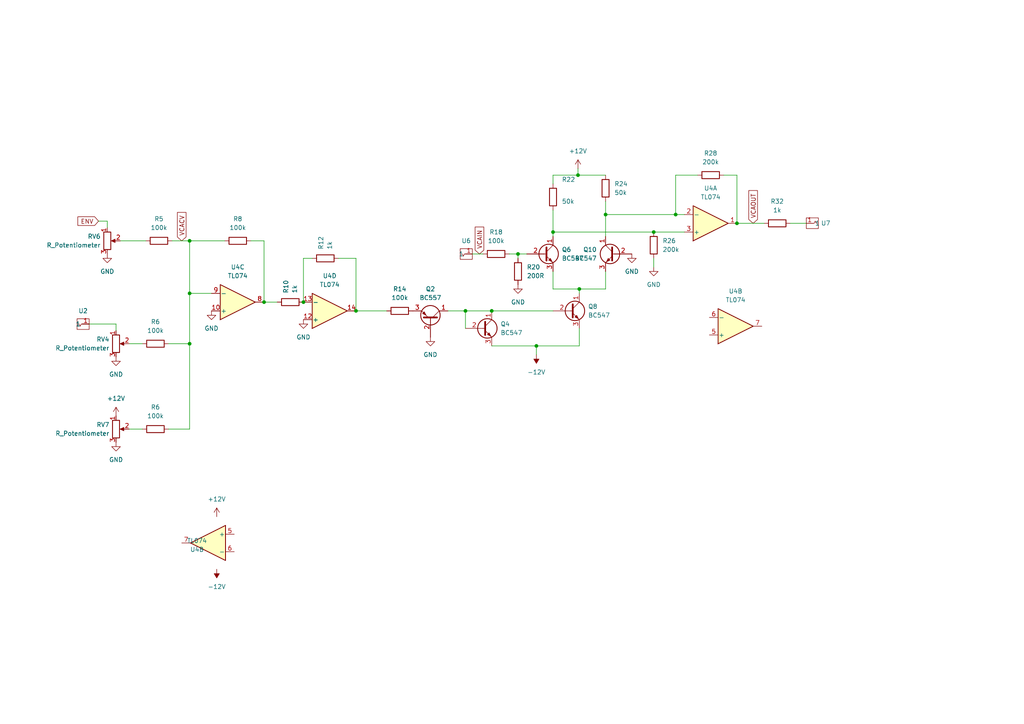
<source format=kicad_sch>
(kicad_sch (version 20230121) (generator eeschema)

  (uuid 97d87a56-aa72-4a61-9c10-a4dc9f8013dc)

  (paper "A4")

  (lib_symbols
    (symbol "Amplifier_Operational:TL074" (pin_names (offset 0.127)) (in_bom yes) (on_board yes)
      (property "Reference" "U" (at 0 5.08 0)
        (effects (font (size 1.27 1.27)) (justify left))
      )
      (property "Value" "TL074" (at 0 -5.08 0)
        (effects (font (size 1.27 1.27)) (justify left))
      )
      (property "Footprint" "" (at -1.27 2.54 0)
        (effects (font (size 1.27 1.27)) hide)
      )
      (property "Datasheet" "http://www.ti.com/lit/ds/symlink/tl071.pdf" (at 1.27 5.08 0)
        (effects (font (size 1.27 1.27)) hide)
      )
      (property "ki_locked" "" (at 0 0 0)
        (effects (font (size 1.27 1.27)))
      )
      (property "ki_keywords" "quad opamp" (at 0 0 0)
        (effects (font (size 1.27 1.27)) hide)
      )
      (property "ki_description" "Quad Low-Noise JFET-Input Operational Amplifiers, DIP-14/SOIC-14" (at 0 0 0)
        (effects (font (size 1.27 1.27)) hide)
      )
      (property "ki_fp_filters" "SOIC*3.9x8.7mm*P1.27mm* DIP*W7.62mm* TSSOP*4.4x5mm*P0.65mm* SSOP*5.3x6.2mm*P0.65mm* MSOP*3x3mm*P0.5mm*" (at 0 0 0)
        (effects (font (size 1.27 1.27)) hide)
      )
      (symbol "TL074_1_1"
        (polyline
          (pts
            (xy -5.08 5.08)
            (xy 5.08 0)
            (xy -5.08 -5.08)
            (xy -5.08 5.08)
          )
          (stroke (width 0.254) (type default))
          (fill (type background))
        )
        (pin output line (at 7.62 0 180) (length 2.54)
          (name "~" (effects (font (size 1.27 1.27))))
          (number "1" (effects (font (size 1.27 1.27))))
        )
        (pin input line (at -7.62 -2.54 0) (length 2.54)
          (name "-" (effects (font (size 1.27 1.27))))
          (number "2" (effects (font (size 1.27 1.27))))
        )
        (pin input line (at -7.62 2.54 0) (length 2.54)
          (name "+" (effects (font (size 1.27 1.27))))
          (number "3" (effects (font (size 1.27 1.27))))
        )
      )
      (symbol "TL074_2_1"
        (polyline
          (pts
            (xy -5.08 5.08)
            (xy 5.08 0)
            (xy -5.08 -5.08)
            (xy -5.08 5.08)
          )
          (stroke (width 0.254) (type default))
          (fill (type background))
        )
        (pin input line (at -7.62 2.54 0) (length 2.54)
          (name "+" (effects (font (size 1.27 1.27))))
          (number "5" (effects (font (size 1.27 1.27))))
        )
        (pin input line (at -7.62 -2.54 0) (length 2.54)
          (name "-" (effects (font (size 1.27 1.27))))
          (number "6" (effects (font (size 1.27 1.27))))
        )
        (pin output line (at 7.62 0 180) (length 2.54)
          (name "~" (effects (font (size 1.27 1.27))))
          (number "7" (effects (font (size 1.27 1.27))))
        )
      )
      (symbol "TL074_3_1"
        (polyline
          (pts
            (xy -5.08 5.08)
            (xy 5.08 0)
            (xy -5.08 -5.08)
            (xy -5.08 5.08)
          )
          (stroke (width 0.254) (type default))
          (fill (type background))
        )
        (pin input line (at -7.62 2.54 0) (length 2.54)
          (name "+" (effects (font (size 1.27 1.27))))
          (number "10" (effects (font (size 1.27 1.27))))
        )
        (pin output line (at 7.62 0 180) (length 2.54)
          (name "~" (effects (font (size 1.27 1.27))))
          (number "8" (effects (font (size 1.27 1.27))))
        )
        (pin input line (at -7.62 -2.54 0) (length 2.54)
          (name "-" (effects (font (size 1.27 1.27))))
          (number "9" (effects (font (size 1.27 1.27))))
        )
      )
      (symbol "TL074_4_1"
        (polyline
          (pts
            (xy -5.08 5.08)
            (xy 5.08 0)
            (xy -5.08 -5.08)
            (xy -5.08 5.08)
          )
          (stroke (width 0.254) (type default))
          (fill (type background))
        )
        (pin input line (at -7.62 2.54 0) (length 2.54)
          (name "+" (effects (font (size 1.27 1.27))))
          (number "12" (effects (font (size 1.27 1.27))))
        )
        (pin input line (at -7.62 -2.54 0) (length 2.54)
          (name "-" (effects (font (size 1.27 1.27))))
          (number "13" (effects (font (size 1.27 1.27))))
        )
        (pin output line (at 7.62 0 180) (length 2.54)
          (name "~" (effects (font (size 1.27 1.27))))
          (number "14" (effects (font (size 1.27 1.27))))
        )
      )
      (symbol "TL074_5_1"
        (pin power_in line (at -2.54 -7.62 90) (length 3.81)
          (name "V-" (effects (font (size 1.27 1.27))))
          (number "11" (effects (font (size 1.27 1.27))))
        )
        (pin power_in line (at -2.54 7.62 270) (length 3.81)
          (name "V+" (effects (font (size 1.27 1.27))))
          (number "4" (effects (font (size 1.27 1.27))))
        )
      )
    )
    (symbol "Device:R" (pin_numbers hide) (pin_names (offset 0)) (in_bom yes) (on_board yes)
      (property "Reference" "R" (at 2.032 0 90)
        (effects (font (size 1.27 1.27)))
      )
      (property "Value" "R" (at 0 0 90)
        (effects (font (size 1.27 1.27)))
      )
      (property "Footprint" "" (at -1.778 0 90)
        (effects (font (size 1.27 1.27)) hide)
      )
      (property "Datasheet" "~" (at 0 0 0)
        (effects (font (size 1.27 1.27)) hide)
      )
      (property "ki_keywords" "R res resistor" (at 0 0 0)
        (effects (font (size 1.27 1.27)) hide)
      )
      (property "ki_description" "Resistor" (at 0 0 0)
        (effects (font (size 1.27 1.27)) hide)
      )
      (property "ki_fp_filters" "R_*" (at 0 0 0)
        (effects (font (size 1.27 1.27)) hide)
      )
      (symbol "R_0_1"
        (rectangle (start -1.016 -2.54) (end 1.016 2.54)
          (stroke (width 0.254) (type default))
          (fill (type none))
        )
      )
      (symbol "R_1_1"
        (pin passive line (at 0 3.81 270) (length 1.27)
          (name "~" (effects (font (size 1.27 1.27))))
          (number "1" (effects (font (size 1.27 1.27))))
        )
        (pin passive line (at 0 -3.81 90) (length 1.27)
          (name "~" (effects (font (size 1.27 1.27))))
          (number "2" (effects (font (size 1.27 1.27))))
        )
      )
    )
    (symbol "Device:R_Potentiometer" (pin_names (offset 1.016) hide) (in_bom yes) (on_board yes)
      (property "Reference" "RV" (at -4.445 0 90)
        (effects (font (size 1.27 1.27)))
      )
      (property "Value" "R_Potentiometer" (at -2.54 0 90)
        (effects (font (size 1.27 1.27)))
      )
      (property "Footprint" "" (at 0 0 0)
        (effects (font (size 1.27 1.27)) hide)
      )
      (property "Datasheet" "~" (at 0 0 0)
        (effects (font (size 1.27 1.27)) hide)
      )
      (property "ki_keywords" "resistor variable" (at 0 0 0)
        (effects (font (size 1.27 1.27)) hide)
      )
      (property "ki_description" "Potentiometer" (at 0 0 0)
        (effects (font (size 1.27 1.27)) hide)
      )
      (property "ki_fp_filters" "Potentiometer*" (at 0 0 0)
        (effects (font (size 1.27 1.27)) hide)
      )
      (symbol "R_Potentiometer_0_1"
        (polyline
          (pts
            (xy 2.54 0)
            (xy 1.524 0)
          )
          (stroke (width 0) (type default))
          (fill (type none))
        )
        (polyline
          (pts
            (xy 1.143 0)
            (xy 2.286 0.508)
            (xy 2.286 -0.508)
            (xy 1.143 0)
          )
          (stroke (width 0) (type default))
          (fill (type outline))
        )
        (rectangle (start 1.016 2.54) (end -1.016 -2.54)
          (stroke (width 0.254) (type default))
          (fill (type none))
        )
      )
      (symbol "R_Potentiometer_1_1"
        (pin passive line (at 0 3.81 270) (length 1.27)
          (name "1" (effects (font (size 1.27 1.27))))
          (number "1" (effects (font (size 1.27 1.27))))
        )
        (pin passive line (at 3.81 0 180) (length 1.27)
          (name "2" (effects (font (size 1.27 1.27))))
          (number "2" (effects (font (size 1.27 1.27))))
        )
        (pin passive line (at 0 -3.81 90) (length 1.27)
          (name "3" (effects (font (size 1.27 1.27))))
          (number "3" (effects (font (size 1.27 1.27))))
        )
      )
    )
    (symbol "HEJ:Aux_flush" (in_bom yes) (on_board yes)
      (property "Reference" "U" (at -0.0508 5.3848 0)
        (effects (font (size 1.27 1.27)))
      )
      (property "Value" "Aux_flush" (at 0 3.5052 0)
        (effects (font (size 1.27 1.27)) hide)
      )
      (property "Footprint" "" (at 0 0 0)
        (effects (font (size 1.27 1.27)) hide)
      )
      (property "Datasheet" "" (at 0 0 0)
        (effects (font (size 1.27 1.27)) hide)
      )
      (symbol "Aux_flush_0_1"
        (rectangle (start -1.778 1.524) (end 1.7272 -1.5748)
          (stroke (width 0) (type default))
          (fill (type none))
        )
        (polyline
          (pts
            (xy -1.2192 0.0508)
            (xy -0.8636 -0.6604)
            (xy -0.5588 0)
            (xy 1.6764 0)
          )
          (stroke (width 0) (type default))
          (fill (type none))
        )
      )
      (symbol "Aux_flush_1_1"
        (pin bidirectional line (at 1.7272 0 180) (length 2)
          (name "1" (effects (font (size 1.27 1.27))))
          (number "1" (effects (font (size 1.27 1.27))))
        )
      )
    )
    (symbol "Transistor_BJT:BC547" (pin_names (offset 0) hide) (in_bom yes) (on_board yes)
      (property "Reference" "Q" (at 5.08 1.905 0)
        (effects (font (size 1.27 1.27)) (justify left))
      )
      (property "Value" "BC547" (at 5.08 0 0)
        (effects (font (size 1.27 1.27)) (justify left))
      )
      (property "Footprint" "Package_TO_SOT_THT:TO-92_Inline" (at 5.08 -1.905 0)
        (effects (font (size 1.27 1.27) italic) (justify left) hide)
      )
      (property "Datasheet" "https://www.onsemi.com/pub/Collateral/BC550-D.pdf" (at 0 0 0)
        (effects (font (size 1.27 1.27)) (justify left) hide)
      )
      (property "ki_keywords" "NPN Transistor" (at 0 0 0)
        (effects (font (size 1.27 1.27)) hide)
      )
      (property "ki_description" "0.1A Ic, 45V Vce, Small Signal NPN Transistor, TO-92" (at 0 0 0)
        (effects (font (size 1.27 1.27)) hide)
      )
      (property "ki_fp_filters" "TO?92*" (at 0 0 0)
        (effects (font (size 1.27 1.27)) hide)
      )
      (symbol "BC547_0_1"
        (polyline
          (pts
            (xy 0 0)
            (xy 0.635 0)
          )
          (stroke (width 0) (type default))
          (fill (type none))
        )
        (polyline
          (pts
            (xy 0.635 0.635)
            (xy 2.54 2.54)
          )
          (stroke (width 0) (type default))
          (fill (type none))
        )
        (polyline
          (pts
            (xy 0.635 -0.635)
            (xy 2.54 -2.54)
            (xy 2.54 -2.54)
          )
          (stroke (width 0) (type default))
          (fill (type none))
        )
        (polyline
          (pts
            (xy 0.635 1.905)
            (xy 0.635 -1.905)
            (xy 0.635 -1.905)
          )
          (stroke (width 0.508) (type default))
          (fill (type none))
        )
        (polyline
          (pts
            (xy 1.27 -1.778)
            (xy 1.778 -1.27)
            (xy 2.286 -2.286)
            (xy 1.27 -1.778)
            (xy 1.27 -1.778)
          )
          (stroke (width 0) (type default))
          (fill (type outline))
        )
        (circle (center 1.27 0) (radius 2.8194)
          (stroke (width 0.254) (type default))
          (fill (type none))
        )
      )
      (symbol "BC547_1_1"
        (pin passive line (at 2.54 5.08 270) (length 2.54)
          (name "C" (effects (font (size 1.27 1.27))))
          (number "1" (effects (font (size 1.27 1.27))))
        )
        (pin input line (at -5.08 0 0) (length 5.08)
          (name "B" (effects (font (size 1.27 1.27))))
          (number "2" (effects (font (size 1.27 1.27))))
        )
        (pin passive line (at 2.54 -5.08 90) (length 2.54)
          (name "E" (effects (font (size 1.27 1.27))))
          (number "3" (effects (font (size 1.27 1.27))))
        )
      )
    )
    (symbol "Transistor_BJT:BC557" (pin_names (offset 0) hide) (in_bom yes) (on_board yes)
      (property "Reference" "Q" (at 5.08 1.905 0)
        (effects (font (size 1.27 1.27)) (justify left))
      )
      (property "Value" "BC557" (at 5.08 0 0)
        (effects (font (size 1.27 1.27)) (justify left))
      )
      (property "Footprint" "Package_TO_SOT_THT:TO-92_Inline" (at 5.08 -1.905 0)
        (effects (font (size 1.27 1.27) italic) (justify left) hide)
      )
      (property "Datasheet" "https://www.onsemi.com/pub/Collateral/BC556BTA-D.pdf" (at 0 0 0)
        (effects (font (size 1.27 1.27)) (justify left) hide)
      )
      (property "ki_keywords" "PNP Transistor" (at 0 0 0)
        (effects (font (size 1.27 1.27)) hide)
      )
      (property "ki_description" "0.1A Ic, 45V Vce, PNP Small Signal Transistor, TO-92" (at 0 0 0)
        (effects (font (size 1.27 1.27)) hide)
      )
      (property "ki_fp_filters" "TO?92*" (at 0 0 0)
        (effects (font (size 1.27 1.27)) hide)
      )
      (symbol "BC557_0_1"
        (polyline
          (pts
            (xy 0.635 0.635)
            (xy 2.54 2.54)
          )
          (stroke (width 0) (type default))
          (fill (type none))
        )
        (polyline
          (pts
            (xy 0.635 -0.635)
            (xy 2.54 -2.54)
            (xy 2.54 -2.54)
          )
          (stroke (width 0) (type default))
          (fill (type none))
        )
        (polyline
          (pts
            (xy 0.635 1.905)
            (xy 0.635 -1.905)
            (xy 0.635 -1.905)
          )
          (stroke (width 0.508) (type default))
          (fill (type none))
        )
        (polyline
          (pts
            (xy 2.286 -1.778)
            (xy 1.778 -2.286)
            (xy 1.27 -1.27)
            (xy 2.286 -1.778)
            (xy 2.286 -1.778)
          )
          (stroke (width 0) (type default))
          (fill (type outline))
        )
        (circle (center 1.27 0) (radius 2.8194)
          (stroke (width 0.254) (type default))
          (fill (type none))
        )
      )
      (symbol "BC557_1_1"
        (pin passive line (at 2.54 5.08 270) (length 2.54)
          (name "C" (effects (font (size 1.27 1.27))))
          (number "1" (effects (font (size 1.27 1.27))))
        )
        (pin input line (at -5.08 0 0) (length 5.715)
          (name "B" (effects (font (size 1.27 1.27))))
          (number "2" (effects (font (size 1.27 1.27))))
        )
        (pin passive line (at 2.54 -5.08 90) (length 2.54)
          (name "E" (effects (font (size 1.27 1.27))))
          (number "3" (effects (font (size 1.27 1.27))))
        )
      )
    )
    (symbol "power:+12V" (power) (pin_names (offset 0)) (in_bom yes) (on_board yes)
      (property "Reference" "#PWR" (at 0 -3.81 0)
        (effects (font (size 1.27 1.27)) hide)
      )
      (property "Value" "+12V" (at 0 3.556 0)
        (effects (font (size 1.27 1.27)))
      )
      (property "Footprint" "" (at 0 0 0)
        (effects (font (size 1.27 1.27)) hide)
      )
      (property "Datasheet" "" (at 0 0 0)
        (effects (font (size 1.27 1.27)) hide)
      )
      (property "ki_keywords" "global power" (at 0 0 0)
        (effects (font (size 1.27 1.27)) hide)
      )
      (property "ki_description" "Power symbol creates a global label with name \"+12V\"" (at 0 0 0)
        (effects (font (size 1.27 1.27)) hide)
      )
      (symbol "+12V_0_1"
        (polyline
          (pts
            (xy -0.762 1.27)
            (xy 0 2.54)
          )
          (stroke (width 0) (type default))
          (fill (type none))
        )
        (polyline
          (pts
            (xy 0 0)
            (xy 0 2.54)
          )
          (stroke (width 0) (type default))
          (fill (type none))
        )
        (polyline
          (pts
            (xy 0 2.54)
            (xy 0.762 1.27)
          )
          (stroke (width 0) (type default))
          (fill (type none))
        )
      )
      (symbol "+12V_1_1"
        (pin power_in line (at 0 0 90) (length 0) hide
          (name "+12V" (effects (font (size 1.27 1.27))))
          (number "1" (effects (font (size 1.27 1.27))))
        )
      )
    )
    (symbol "power:-12V" (power) (pin_names (offset 0)) (in_bom yes) (on_board yes)
      (property "Reference" "#PWR" (at 0 2.54 0)
        (effects (font (size 1.27 1.27)) hide)
      )
      (property "Value" "-12V" (at 0 3.81 0)
        (effects (font (size 1.27 1.27)))
      )
      (property "Footprint" "" (at 0 0 0)
        (effects (font (size 1.27 1.27)) hide)
      )
      (property "Datasheet" "" (at 0 0 0)
        (effects (font (size 1.27 1.27)) hide)
      )
      (property "ki_keywords" "global power" (at 0 0 0)
        (effects (font (size 1.27 1.27)) hide)
      )
      (property "ki_description" "Power symbol creates a global label with name \"-12V\"" (at 0 0 0)
        (effects (font (size 1.27 1.27)) hide)
      )
      (symbol "-12V_0_0"
        (pin power_in line (at 0 0 90) (length 0) hide
          (name "-12V" (effects (font (size 1.27 1.27))))
          (number "1" (effects (font (size 1.27 1.27))))
        )
      )
      (symbol "-12V_0_1"
        (polyline
          (pts
            (xy 0 0)
            (xy 0 1.27)
            (xy 0.762 1.27)
            (xy 0 2.54)
            (xy -0.762 1.27)
            (xy 0 1.27)
          )
          (stroke (width 0) (type default))
          (fill (type outline))
        )
      )
    )
    (symbol "power:GND" (power) (pin_names (offset 0)) (in_bom yes) (on_board yes)
      (property "Reference" "#PWR" (at 0 -6.35 0)
        (effects (font (size 1.27 1.27)) hide)
      )
      (property "Value" "GND" (at 0 -3.81 0)
        (effects (font (size 1.27 1.27)))
      )
      (property "Footprint" "" (at 0 0 0)
        (effects (font (size 1.27 1.27)) hide)
      )
      (property "Datasheet" "" (at 0 0 0)
        (effects (font (size 1.27 1.27)) hide)
      )
      (property "ki_keywords" "power-flag" (at 0 0 0)
        (effects (font (size 1.27 1.27)) hide)
      )
      (property "ki_description" "Power symbol creates a global label with name \"GND\" , ground" (at 0 0 0)
        (effects (font (size 1.27 1.27)) hide)
      )
      (symbol "GND_0_1"
        (polyline
          (pts
            (xy 0 0)
            (xy 0 -1.27)
            (xy 1.27 -1.27)
            (xy 0 -2.54)
            (xy -1.27 -1.27)
            (xy 0 -1.27)
          )
          (stroke (width 0) (type default))
          (fill (type none))
        )
      )
      (symbol "GND_1_1"
        (pin power_in line (at 0 0 270) (length 0) hide
          (name "GND" (effects (font (size 1.27 1.27))))
          (number "1" (effects (font (size 1.27 1.27))))
        )
      )
    )
  )

  (junction (at 155.575 100.33) (diameter 0) (color 0 0 0 0)
    (uuid 25b68e73-6a62-42da-a483-dcd97f2bd166)
  )
  (junction (at 150.241 73.66) (diameter 0) (color 0 0 0 0)
    (uuid 40f7c8b8-99d8-4277-a81e-b780b4e8312e)
  )
  (junction (at 135.001 90.17) (diameter 0) (color 0 0 0 0)
    (uuid 543c765a-3391-46fa-a340-8f3fa865c3ec)
  )
  (junction (at 213.741 64.77) (diameter 0) (color 0 0 0 0)
    (uuid 6813a123-1459-4316-b6a5-b4e256d42da1)
  )
  (junction (at 189.611 67.31) (diameter 0) (color 0 0 0 0)
    (uuid 7d3226b7-db20-441b-aa7b-4ddf956767bf)
  )
  (junction (at 168.021 83.82) (diameter 0) (color 0 0 0 0)
    (uuid 92ec2885-3bab-46e8-972a-2038753a72ef)
  )
  (junction (at 88.011 87.63) (diameter 0) (color 0 0 0 0)
    (uuid 98fb844a-5002-4ecc-bb38-1e3cce15a963)
  )
  (junction (at 142.621 90.17) (diameter 0) (color 0 0 0 0)
    (uuid a7bac4c7-3edb-4423-8b1f-62e8d88143b9)
  )
  (junction (at 54.991 69.85) (diameter 0) (color 0 0 0 0)
    (uuid a91f3450-15a7-4c59-a811-d1ceef1e0ed5)
  )
  (junction (at 160.401 67.31) (diameter 0) (color 0 0 0 0)
    (uuid bba11f5e-6486-4926-a0d5-0f3874a96b3b)
  )
  (junction (at 167.64 50.8) (diameter 0) (color 0 0 0 0)
    (uuid bfd2ddab-c5ff-4e9c-a0ff-6b78372ab253)
  )
  (junction (at 54.991 85.09) (diameter 0) (color 0 0 0 0)
    (uuid c77090c5-ff05-40d7-88d5-252c60db2404)
  )
  (junction (at 76.581 87.63) (diameter 0) (color 0 0 0 0)
    (uuid cb7c0574-c656-4442-bc62-fba604d24903)
  )
  (junction (at 103.251 90.17) (diameter 0) (color 0 0 0 0)
    (uuid d17cff28-acba-4b2f-b23b-ef032e63244a)
  )
  (junction (at 175.641 62.23) (diameter 0) (color 0 0 0 0)
    (uuid ec1ac8ca-243c-4cc3-8f60-d9f33257f263)
  )
  (junction (at 54.991 99.695) (diameter 0) (color 0 0 0 0)
    (uuid f266b4ba-ad56-4239-a3dd-b51bb2aa1a67)
  )
  (junction (at 195.961 62.23) (diameter 0) (color 0 0 0 0)
    (uuid fbf29056-8cf7-4127-aa99-31b3791d9c2c)
  )

  (wire (pts (xy 28.575 64.135) (xy 31.115 64.135))
    (stroke (width 0) (type default))
    (uuid 009f4bd0-5c65-4161-9f3a-515a7b2f1768)
  )
  (wire (pts (xy 54.991 99.695) (xy 54.991 124.46))
    (stroke (width 0) (type default))
    (uuid 05676458-4ade-473a-b9e0-3b64c9a83f7f)
  )
  (wire (pts (xy 160.401 67.31) (xy 189.611 67.31))
    (stroke (width 0) (type default))
    (uuid 0a7f0613-825b-4709-9ee9-b72d532baef4)
  )
  (wire (pts (xy 72.771 69.85) (xy 76.581 69.85))
    (stroke (width 0) (type default))
    (uuid 0b2d3b56-8a61-435d-b9d4-5e02a8114b55)
  )
  (wire (pts (xy 88.011 87.63) (xy 88.011 74.93))
    (stroke (width 0) (type default))
    (uuid 0d0c5755-6e7f-4708-b4cc-9aec41a0e6d3)
  )
  (wire (pts (xy 189.611 74.93) (xy 189.611 77.47))
    (stroke (width 0) (type default))
    (uuid 12a9755f-9e7f-4d76-a68f-a4f0ebe9724d)
  )
  (wire (pts (xy 33.655 93.98) (xy 25.8572 93.98))
    (stroke (width 0) (type default))
    (uuid 155f379c-c787-42a7-8307-6301e1227e31)
  )
  (wire (pts (xy 34.925 69.85) (xy 42.291 69.85))
    (stroke (width 0) (type default))
    (uuid 1844b034-c130-4a9c-a884-0810129db0ae)
  )
  (wire (pts (xy 175.641 62.23) (xy 175.641 68.58))
    (stroke (width 0) (type default))
    (uuid 1d5ef423-298b-49c4-aa32-f223332ce75b)
  )
  (wire (pts (xy 135.001 95.25) (xy 135.001 90.17))
    (stroke (width 0) (type default))
    (uuid 26a0fb59-c434-4cb6-b34d-c06b19d08533)
  )
  (wire (pts (xy 54.991 69.85) (xy 65.151 69.85))
    (stroke (width 0) (type default))
    (uuid 2cea9877-1526-4ed3-b0ed-47d2772cb0c8)
  )
  (wire (pts (xy 147.701 73.66) (xy 150.241 73.66))
    (stroke (width 0) (type default))
    (uuid 2f66ba6c-abbf-43e0-9307-8f8e920f5511)
  )
  (wire (pts (xy 37.465 124.46) (xy 41.275 124.46))
    (stroke (width 0) (type default))
    (uuid 304d04f9-843b-4363-98c9-c324a4f1f375)
  )
  (wire (pts (xy 160.401 83.82) (xy 168.021 83.82))
    (stroke (width 0) (type default))
    (uuid 353f2418-56ac-484e-8a5b-7ba76810e31a)
  )
  (wire (pts (xy 49.911 69.85) (xy 54.991 69.85))
    (stroke (width 0) (type default))
    (uuid 392da0bc-4a20-490f-b78e-d590eada9d3f)
  )
  (wire (pts (xy 155.575 102.87) (xy 155.575 100.33))
    (stroke (width 0) (type default))
    (uuid 3ddc58d5-4298-44b5-9138-bb821abea366)
  )
  (wire (pts (xy 160.401 67.31) (xy 160.401 68.58))
    (stroke (width 0) (type default))
    (uuid 46b47367-4343-4389-b443-509ba1347c0a)
  )
  (wire (pts (xy 160.401 50.8) (xy 160.401 53.34))
    (stroke (width 0) (type default))
    (uuid 51be6d23-8fa1-4e3e-a976-a28040142906)
  )
  (wire (pts (xy 150.241 73.66) (xy 152.781 73.66))
    (stroke (width 0) (type default))
    (uuid 52a9bc91-2665-4fb7-ad20-1be8fe379048)
  )
  (wire (pts (xy 168.021 100.33) (xy 168.021 95.25))
    (stroke (width 0) (type default))
    (uuid 5336d365-0a6b-4f44-a1ad-0ee999341e2c)
  )
  (wire (pts (xy 189.611 67.31) (xy 198.501 67.31))
    (stroke (width 0) (type default))
    (uuid 53b202e5-ed5c-4243-af37-ddff03b9ff2a)
  )
  (wire (pts (xy 33.655 95.885) (xy 33.655 93.98))
    (stroke (width 0) (type default))
    (uuid 558218bc-5502-416b-a13f-a0897eb144b9)
  )
  (wire (pts (xy 150.241 74.93) (xy 150.241 73.66))
    (stroke (width 0) (type default))
    (uuid 56a8c67b-782e-4229-a3c6-c414dc7b38f3)
  )
  (wire (pts (xy 195.961 50.8) (xy 202.311 50.8))
    (stroke (width 0) (type default))
    (uuid 579ff1f1-c1a3-4636-ba71-605aa868a266)
  )
  (wire (pts (xy 136.9822 73.66) (xy 140.081 73.66))
    (stroke (width 0) (type default))
    (uuid 5cbc6c3b-11a5-4f22-ab23-ec177606ddea)
  )
  (wire (pts (xy 76.581 87.63) (xy 80.391 87.63))
    (stroke (width 0) (type default))
    (uuid 5ef98ebe-0421-4ea9-9565-7c099141e48e)
  )
  (wire (pts (xy 160.401 83.82) (xy 160.401 78.74))
    (stroke (width 0) (type default))
    (uuid 5f2896a8-c57f-429b-84bc-3f3111adf2cd)
  )
  (wire (pts (xy 88.011 74.93) (xy 90.551 74.93))
    (stroke (width 0) (type default))
    (uuid 655c5236-b6d3-4c2d-86f5-8dc10a881bb9)
  )
  (wire (pts (xy 160.401 50.8) (xy 167.64 50.8))
    (stroke (width 0) (type default))
    (uuid 66adbb49-3702-43af-a41b-fe66df604841)
  )
  (wire (pts (xy 175.641 83.82) (xy 175.641 78.74))
    (stroke (width 0) (type default))
    (uuid 6c621895-747d-4e96-8be4-9cc1c0cde683)
  )
  (wire (pts (xy 103.251 90.17) (xy 112.141 90.17))
    (stroke (width 0) (type default))
    (uuid 7387fe8e-a009-4ddc-9843-9de42dcbed5d)
  )
  (wire (pts (xy 213.741 50.8) (xy 209.931 50.8))
    (stroke (width 0) (type default))
    (uuid 749397ea-63b3-4f81-b2a6-048376bf6533)
  )
  (wire (pts (xy 76.581 69.85) (xy 76.581 87.63))
    (stroke (width 0) (type default))
    (uuid 76247280-1819-4f7e-bd60-675bd8512e55)
  )
  (wire (pts (xy 142.621 100.33) (xy 155.575 100.33))
    (stroke (width 0) (type default))
    (uuid 76e421cd-e7db-405c-bb94-24d4b4c796d6)
  )
  (wire (pts (xy 229.235 64.77) (xy 233.8578 64.77))
    (stroke (width 0) (type default))
    (uuid 77891b9e-bc8d-46b8-a997-41ba52a0f783)
  )
  (wire (pts (xy 195.961 62.23) (xy 195.961 50.8))
    (stroke (width 0) (type default))
    (uuid 81f05307-e382-40a0-b7bd-faf7bfce1716)
  )
  (wire (pts (xy 155.575 100.33) (xy 168.021 100.33))
    (stroke (width 0) (type default))
    (uuid 8a40e82c-102b-48d3-a621-cc492b29d679)
  )
  (wire (pts (xy 103.251 90.17) (xy 103.251 74.93))
    (stroke (width 0) (type default))
    (uuid 935104e4-45c1-4f0f-a0f3-7b12d57590c6)
  )
  (wire (pts (xy 167.64 50.8) (xy 175.641 50.8))
    (stroke (width 0) (type default))
    (uuid 9456d18b-065a-4050-af64-83e5b848cd2e)
  )
  (wire (pts (xy 213.741 50.8) (xy 213.741 64.77))
    (stroke (width 0) (type default))
    (uuid 959ecaaf-c522-4937-b8c3-99751c0190b9)
  )
  (wire (pts (xy 175.641 58.42) (xy 175.641 62.23))
    (stroke (width 0) (type default))
    (uuid 9d0c6727-5dcf-4c7c-9fa0-590961355c42)
  )
  (wire (pts (xy 129.921 90.17) (xy 135.001 90.17))
    (stroke (width 0) (type default))
    (uuid a64cc42c-8f98-4b84-96d8-06714bfa4a8c)
  )
  (wire (pts (xy 213.741 64.77) (xy 221.615 64.77))
    (stroke (width 0) (type default))
    (uuid ae513429-abaf-4201-a5e0-e3e9d0a1ce84)
  )
  (wire (pts (xy 135.001 90.17) (xy 142.621 90.17))
    (stroke (width 0) (type default))
    (uuid b81d6a83-30e2-4a89-8a09-ca6ca63acef0)
  )
  (wire (pts (xy 54.991 99.695) (xy 54.991 85.09))
    (stroke (width 0) (type default))
    (uuid b984806c-bc6c-4dcf-ac96-39c92bd4e52c)
  )
  (wire (pts (xy 195.961 62.23) (xy 198.501 62.23))
    (stroke (width 0) (type default))
    (uuid bf279f3d-d26d-4651-9e75-a6045b689077)
  )
  (wire (pts (xy 160.401 60.96) (xy 160.401 67.31))
    (stroke (width 0) (type default))
    (uuid d8d41cfa-7eca-44ad-aba8-7318a3febc94)
  )
  (wire (pts (xy 31.115 64.135) (xy 31.115 66.04))
    (stroke (width 0) (type default))
    (uuid dcbca615-28e6-447a-8a5d-5a0b50414253)
  )
  (wire (pts (xy 167.64 48.895) (xy 167.64 50.8))
    (stroke (width 0) (type default))
    (uuid de2ec353-58c6-4efe-b736-12a397444373)
  )
  (wire (pts (xy 37.465 99.695) (xy 41.275 99.695))
    (stroke (width 0) (type default))
    (uuid e0bec20e-4c48-4457-90a5-ab847b39c377)
  )
  (wire (pts (xy 54.991 69.85) (xy 54.991 85.09))
    (stroke (width 0) (type default))
    (uuid e171a702-3375-4e26-b337-8f6bc21f2370)
  )
  (wire (pts (xy 54.991 85.09) (xy 61.341 85.09))
    (stroke (width 0) (type default))
    (uuid e1c3c0e4-6fc5-49ae-b6d1-6daaaf6b2ca2)
  )
  (wire (pts (xy 175.641 62.23) (xy 195.961 62.23))
    (stroke (width 0) (type default))
    (uuid e6707c3d-3f58-4772-beb6-5ed567f903c5)
  )
  (wire (pts (xy 168.021 83.82) (xy 175.641 83.82))
    (stroke (width 0) (type default))
    (uuid eb3cffd5-8009-49ba-b49e-8d8538b29c86)
  )
  (wire (pts (xy 103.251 74.93) (xy 98.171 74.93))
    (stroke (width 0) (type default))
    (uuid f0f8542b-00ec-4467-a10e-26cee2e9c5ec)
  )
  (wire (pts (xy 48.895 99.695) (xy 54.991 99.695))
    (stroke (width 0) (type default))
    (uuid f37bf6ab-9957-4432-a9f1-4fce9bf1a7c7)
  )
  (wire (pts (xy 48.895 124.46) (xy 54.991 124.46))
    (stroke (width 0) (type default))
    (uuid f5a0944f-58c7-4a42-b05e-0eed3bb248a6)
  )
  (wire (pts (xy 168.021 83.82) (xy 168.021 85.09))
    (stroke (width 0) (type default))
    (uuid f5de9ce3-209e-438d-a64f-6bd20a79dab4)
  )
  (wire (pts (xy 142.621 90.17) (xy 160.401 90.17))
    (stroke (width 0) (type default))
    (uuid fcbb06b0-8d56-4810-993f-b3db1fda4db0)
  )

  (global_label "VCAIN" (shape input) (at 139.065 73.66 90) (fields_autoplaced)
    (effects (font (size 1.27 1.27)) (justify left))
    (uuid 3d1ba5bb-9aef-4c27-9aed-43ef36bd9adb)
    (property "Intersheetrefs" "${INTERSHEET_REFS}" (at 139.065 65.2923 90)
      (effects (font (size 1.27 1.27)) (justify left) hide)
    )
  )
  (global_label "VCAOUT" (shape input) (at 218.44 64.77 90) (fields_autoplaced)
    (effects (font (size 1.27 1.27)) (justify left))
    (uuid 43d66448-60c7-4556-850b-574fe45397ef)
    (property "Intersheetrefs" "${INTERSHEET_REFS}" (at 218.44 54.709 90)
      (effects (font (size 1.27 1.27)) (justify left) hide)
    )
  )
  (global_label "ENV" (shape input) (at 28.575 64.135 180) (fields_autoplaced)
    (effects (font (size 1.27 1.27)) (justify right))
    (uuid a3a06a13-c9ab-4937-9aa7-55e3603a88d6)
    (property "Intersheetrefs" "${INTERSHEET_REFS}" (at 22.0217 64.135 0)
      (effects (font (size 1.27 1.27)) (justify right) hide)
    )
  )
  (global_label "VCACV" (shape input) (at 52.705 69.85 90) (fields_autoplaced)
    (effects (font (size 1.27 1.27)) (justify left))
    (uuid c97f1c4c-dc94-417e-b0e9-72317907459b)
    (property "Intersheetrefs" "${INTERSHEET_REFS}" (at 52.705 61.059 90)
      (effects (font (size 1.27 1.27)) (justify left) hide)
    )
  )

  (symbol (lib_id "Device:R") (at 94.361 74.93 270) (unit 1)
    (in_bom yes) (on_board yes) (dnp no) (fields_autoplaced)
    (uuid 055b5ccb-5f8b-4bcf-a0e7-3a48f76346dc)
    (property "Reference" "R12" (at 93.0909 72.39 0)
      (effects (font (size 1.27 1.27)) (justify right))
    )
    (property "Value" "1k" (at 95.6309 72.39 0)
      (effects (font (size 1.27 1.27)) (justify right))
    )
    (property "Footprint" "Resistor_THT:R_Axial_DIN0204_L3.6mm_D1.6mm_P7.62mm_Horizontal" (at 94.361 73.152 90)
      (effects (font (size 1.27 1.27)) hide)
    )
    (property "Datasheet" "~" (at 94.361 74.93 0)
      (effects (font (size 1.27 1.27)) hide)
    )
    (pin "1" (uuid 62f36f76-671d-49af-8835-b91bf320faa8))
    (pin "2" (uuid 7d6c9946-73e0-4dcf-90eb-5bc351fb4b03))
    (instances
      (project "DualVCA"
        (path "/0292f831-245c-4a68-aa13-b72c29a32bbd"
          (reference "R12") (unit 1)
        )
      )
      (project "Voice"
        (path "/36b978dd-1fd4-4588-80ff-65fc893d96df/19f97618-8093-455b-873a-c4cfd6b73342"
          (reference "R37") (unit 1)
        )
      )
    )
  )

  (symbol (lib_id "Device:R") (at 225.425 64.77 90) (unit 1)
    (in_bom yes) (on_board yes) (dnp no) (fields_autoplaced)
    (uuid 076fcc7c-602c-495d-ab14-b3dc26f2356c)
    (property "Reference" "R32" (at 225.425 58.42 90)
      (effects (font (size 1.27 1.27)))
    )
    (property "Value" "1k" (at 225.425 60.96 90)
      (effects (font (size 1.27 1.27)))
    )
    (property "Footprint" "Resistor_THT:R_Axial_DIN0204_L3.6mm_D1.6mm_P7.62mm_Horizontal" (at 225.425 66.548 90)
      (effects (font (size 1.27 1.27)) hide)
    )
    (property "Datasheet" "~" (at 225.425 64.77 0)
      (effects (font (size 1.27 1.27)) hide)
    )
    (pin "1" (uuid 08d1d14a-6263-4b92-babe-9344d62cb0c4))
    (pin "2" (uuid 9e373aae-1551-41c6-9414-5a1695ec2423))
    (instances
      (project "DualVCA"
        (path "/0292f831-245c-4a68-aa13-b72c29a32bbd"
          (reference "R32") (unit 1)
        )
      )
      (project "Voice"
        (path "/36b978dd-1fd4-4588-80ff-65fc893d96df/19f97618-8093-455b-873a-c4cfd6b73342"
          (reference "R47") (unit 1)
        )
      )
    )
  )

  (symbol (lib_id "Amplifier_Operational:TL074") (at 68.961 87.63 0) (mirror x) (unit 3)
    (in_bom yes) (on_board yes) (dnp no) (fields_autoplaced)
    (uuid 08b3ba78-4508-49d8-b36f-5f64d41d7b4f)
    (property "Reference" "U4" (at 68.961 77.47 0)
      (effects (font (size 1.27 1.27)))
    )
    (property "Value" "TL074" (at 68.961 80.01 0)
      (effects (font (size 1.27 1.27)))
    )
    (property "Footprint" "Package_DIP:DIP-14_W7.62mm" (at 67.691 90.17 0)
      (effects (font (size 1.27 1.27)) hide)
    )
    (property "Datasheet" "http://www.ti.com/lit/ds/symlink/tl071.pdf" (at 70.231 92.71 0)
      (effects (font (size 1.27 1.27)) hide)
    )
    (pin "1" (uuid be0cf163-2fd3-4a91-b5e0-4d143c0f0980))
    (pin "2" (uuid 0bfcf3bb-4271-42be-b09d-6e553da95432))
    (pin "3" (uuid 72b6f0c9-d4dc-4e2c-b2c6-8e30eed6cf85))
    (pin "5" (uuid e03c9672-5a3b-412e-9355-01e46c4b992a))
    (pin "6" (uuid 775f7878-2dd1-4142-9d2b-a765c08e60e3))
    (pin "7" (uuid 308cb79f-de8d-40ce-8f5e-d4f99e38e54d))
    (pin "10" (uuid e5d8ada9-6a31-4d02-8231-195595de4a4b))
    (pin "8" (uuid abc58219-fb52-4ea4-b909-e121b8ec9f7f))
    (pin "9" (uuid 2afe05c3-24ce-4755-bdfb-0a007b1b0b99))
    (pin "12" (uuid 8e5f5349-7e69-4a05-ba85-b6914e557f36))
    (pin "13" (uuid 0b7776ef-ead2-4622-842f-c91b6c03fc87))
    (pin "14" (uuid d43749ac-ffe7-4a4e-8d3e-79580e4ee235))
    (pin "11" (uuid ed61e8fe-702d-4205-b879-fe77df1f095d))
    (pin "4" (uuid cee33134-81c6-415b-a3e7-fe082225d407))
    (instances
      (project "DualVCA"
        (path "/0292f831-245c-4a68-aa13-b72c29a32bbd"
          (reference "U4") (unit 3)
        )
      )
      (project "Voice"
        (path "/36b978dd-1fd4-4588-80ff-65fc893d96df/19f97618-8093-455b-873a-c4cfd6b73342"
          (reference "U13") (unit 3)
        )
      )
    )
  )

  (symbol (lib_id "Device:R") (at 150.241 78.74 180) (unit 1)
    (in_bom yes) (on_board yes) (dnp no) (fields_autoplaced)
    (uuid 0adb83a2-a07b-4594-8eb0-52708c54678a)
    (property "Reference" "R20" (at 152.781 77.4699 0)
      (effects (font (size 1.27 1.27)) (justify right))
    )
    (property "Value" "200R" (at 152.781 80.0099 0)
      (effects (font (size 1.27 1.27)) (justify right))
    )
    (property "Footprint" "Resistor_THT:R_Axial_DIN0204_L3.6mm_D1.6mm_P7.62mm_Horizontal" (at 152.019 78.74 90)
      (effects (font (size 1.27 1.27)) hide)
    )
    (property "Datasheet" "~" (at 150.241 78.74 0)
      (effects (font (size 1.27 1.27)) hide)
    )
    (pin "1" (uuid 34d78367-29f8-407c-8110-2d8f4a3dbe1c))
    (pin "2" (uuid 4011713b-b37c-4674-85d7-88f348a371fb))
    (instances
      (project "DualVCA"
        (path "/0292f831-245c-4a68-aa13-b72c29a32bbd"
          (reference "R20") (unit 1)
        )
      )
      (project "Voice"
        (path "/36b978dd-1fd4-4588-80ff-65fc893d96df/19f97618-8093-455b-873a-c4cfd6b73342"
          (reference "R41") (unit 1)
        )
      )
    )
  )

  (symbol (lib_id "Device:R") (at 68.961 69.85 90) (unit 1)
    (in_bom yes) (on_board yes) (dnp no) (fields_autoplaced)
    (uuid 12fb5fde-68e0-410d-8cc5-a802b5332fb3)
    (property "Reference" "R8" (at 68.961 63.5 90)
      (effects (font (size 1.27 1.27)))
    )
    (property "Value" "100k" (at 68.961 66.04 90)
      (effects (font (size 1.27 1.27)))
    )
    (property "Footprint" "Resistor_THT:R_Axial_DIN0204_L3.6mm_D1.6mm_P7.62mm_Horizontal" (at 68.961 71.628 90)
      (effects (font (size 1.27 1.27)) hide)
    )
    (property "Datasheet" "~" (at 68.961 69.85 0)
      (effects (font (size 1.27 1.27)) hide)
    )
    (pin "1" (uuid 333a20fa-479b-469e-b79e-15009c21362d))
    (pin "2" (uuid 3e359421-83c0-4e7f-9914-9e39f5d4227a))
    (instances
      (project "DualVCA"
        (path "/0292f831-245c-4a68-aa13-b72c29a32bbd"
          (reference "R8") (unit 1)
        )
      )
      (project "Voice"
        (path "/36b978dd-1fd4-4588-80ff-65fc893d96df/19f97618-8093-455b-873a-c4cfd6b73342"
          (reference "R35") (unit 1)
        )
      )
    )
  )

  (symbol (lib_id "Amplifier_Operational:TL074") (at 95.631 90.17 0) (mirror x) (unit 4)
    (in_bom yes) (on_board yes) (dnp no) (fields_autoplaced)
    (uuid 1ad97d5f-8663-46ef-881f-85d86eeff68e)
    (property "Reference" "U4" (at 95.631 80.01 0)
      (effects (font (size 1.27 1.27)))
    )
    (property "Value" "TL074" (at 95.631 82.55 0)
      (effects (font (size 1.27 1.27)))
    )
    (property "Footprint" "Package_DIP:DIP-14_W7.62mm" (at 94.361 92.71 0)
      (effects (font (size 1.27 1.27)) hide)
    )
    (property "Datasheet" "http://www.ti.com/lit/ds/symlink/tl071.pdf" (at 96.901 95.25 0)
      (effects (font (size 1.27 1.27)) hide)
    )
    (pin "1" (uuid 9e4e5339-2492-4468-bb29-dbb1b5e84f88))
    (pin "2" (uuid 66ca442a-4d0d-4bd5-8b6c-b0d82e641101))
    (pin "3" (uuid a13ae741-015c-4004-9c47-d9a2726be8ed))
    (pin "5" (uuid de370a5a-0231-464c-8403-006676fd1a85))
    (pin "6" (uuid 974cfc56-dc1b-4b8b-af66-6b0d6fb235f9))
    (pin "7" (uuid 86128ca0-4657-4660-90c2-213dd88abb1c))
    (pin "10" (uuid 209f118a-cd9a-4cf7-b013-be1172e53b87))
    (pin "8" (uuid 77d97cd7-415d-48a4-aaa5-97d0527bcbc9))
    (pin "9" (uuid 230ef795-a8d5-45b4-8aef-b7486a49d35e))
    (pin "12" (uuid 90b49203-dffe-4b15-a838-e474762a2011))
    (pin "13" (uuid 9c39dbff-404a-4d51-86bd-e17c6391d7d6))
    (pin "14" (uuid f5f97aaf-e095-4c2c-a3b4-afffcdd2c200))
    (pin "11" (uuid 6daad2dc-61b0-4e60-9ea8-20b3cec624ec))
    (pin "4" (uuid 567ad7b4-e0c9-4006-8213-0e781ed56914))
    (instances
      (project "DualVCA"
        (path "/0292f831-245c-4a68-aa13-b72c29a32bbd"
          (reference "U4") (unit 4)
        )
      )
      (project "Voice"
        (path "/36b978dd-1fd4-4588-80ff-65fc893d96df/19f97618-8093-455b-873a-c4cfd6b73342"
          (reference "U13") (unit 4)
        )
      )
    )
  )

  (symbol (lib_id "power:-12V") (at 155.575 102.87 180) (unit 1)
    (in_bom yes) (on_board yes) (dnp no) (fields_autoplaced)
    (uuid 20defecb-1cdc-4425-85f7-03c0421ec940)
    (property "Reference" "#PWR043" (at 155.575 105.41 0)
      (effects (font (size 1.27 1.27)) hide)
    )
    (property "Value" "-12V" (at 155.575 107.95 0)
      (effects (font (size 1.27 1.27)))
    )
    (property "Footprint" "" (at 155.575 102.87 0)
      (effects (font (size 1.27 1.27)) hide)
    )
    (property "Datasheet" "" (at 155.575 102.87 0)
      (effects (font (size 1.27 1.27)) hide)
    )
    (pin "1" (uuid dd9e74af-93e0-4bf0-8f21-ffcab54a40f9))
    (instances
      (project "Voice"
        (path "/36b978dd-1fd4-4588-80ff-65fc893d96df/19f97618-8093-455b-873a-c4cfd6b73342"
          (reference "#PWR043") (unit 1)
        )
      )
    )
  )

  (symbol (lib_id "Device:R") (at 206.121 50.8 90) (unit 1)
    (in_bom yes) (on_board yes) (dnp no) (fields_autoplaced)
    (uuid 2a07b702-0f8b-4640-969e-778a995c3de2)
    (property "Reference" "R28" (at 206.121 44.45 90)
      (effects (font (size 1.27 1.27)))
    )
    (property "Value" "200k" (at 206.121 46.99 90)
      (effects (font (size 1.27 1.27)))
    )
    (property "Footprint" "Resistor_THT:R_Axial_DIN0204_L3.6mm_D1.6mm_P7.62mm_Horizontal" (at 206.121 52.578 90)
      (effects (font (size 1.27 1.27)) hide)
    )
    (property "Datasheet" "~" (at 206.121 50.8 0)
      (effects (font (size 1.27 1.27)) hide)
    )
    (pin "1" (uuid 9b83706a-3b4a-4c57-8ef3-24420a158651))
    (pin "2" (uuid 370868e3-dff2-446b-bb7e-f41aff46f32e))
    (instances
      (project "DualVCA"
        (path "/0292f831-245c-4a68-aa13-b72c29a32bbd"
          (reference "R28") (unit 1)
        )
      )
      (project "Voice"
        (path "/36b978dd-1fd4-4588-80ff-65fc893d96df/19f97618-8093-455b-873a-c4cfd6b73342"
          (reference "R45") (unit 1)
        )
      )
    )
  )

  (symbol (lib_id "Device:R") (at 46.101 69.85 90) (unit 1)
    (in_bom yes) (on_board yes) (dnp no) (fields_autoplaced)
    (uuid 2b150d81-a6d8-4fdd-a633-87b4b89e303e)
    (property "Reference" "R5" (at 46.101 63.5 90)
      (effects (font (size 1.27 1.27)))
    )
    (property "Value" "100k" (at 46.101 66.04 90)
      (effects (font (size 1.27 1.27)))
    )
    (property "Footprint" "Resistor_THT:R_Axial_DIN0204_L3.6mm_D1.6mm_P7.62mm_Horizontal" (at 46.101 71.628 90)
      (effects (font (size 1.27 1.27)) hide)
    )
    (property "Datasheet" "~" (at 46.101 69.85 0)
      (effects (font (size 1.27 1.27)) hide)
    )
    (pin "1" (uuid 728cb683-9931-418f-bbaa-c38947768363))
    (pin "2" (uuid f1d94731-14b7-48f7-8869-448ae8d71b2e))
    (instances
      (project "DualVCA"
        (path "/0292f831-245c-4a68-aa13-b72c29a32bbd"
          (reference "R5") (unit 1)
        )
      )
      (project "Voice"
        (path "/36b978dd-1fd4-4588-80ff-65fc893d96df/19f97618-8093-455b-873a-c4cfd6b73342"
          (reference "R33") (unit 1)
        )
      )
    )
  )

  (symbol (lib_id "power:GND") (at 150.241 82.55 0) (unit 1)
    (in_bom yes) (on_board yes) (dnp no) (fields_autoplaced)
    (uuid 2d4d4166-1b3c-4f10-b735-3fdbcb61702d)
    (property "Reference" "#PWR0114" (at 150.241 88.9 0)
      (effects (font (size 1.27 1.27)) hide)
    )
    (property "Value" "GND" (at 150.241 87.63 0)
      (effects (font (size 1.27 1.27)))
    )
    (property "Footprint" "" (at 150.241 82.55 0)
      (effects (font (size 1.27 1.27)) hide)
    )
    (property "Datasheet" "" (at 150.241 82.55 0)
      (effects (font (size 1.27 1.27)) hide)
    )
    (pin "1" (uuid 64d3d2d1-9a03-447e-b660-5cdb9aa9409f))
    (instances
      (project "DualVCA"
        (path "/0292f831-245c-4a68-aa13-b72c29a32bbd"
          (reference "#PWR0114") (unit 1)
        )
      )
      (project "Voice"
        (path "/36b978dd-1fd4-4588-80ff-65fc893d96df/19f97618-8093-455b-873a-c4cfd6b73342"
          (reference "#PWR044") (unit 1)
        )
      )
    )
  )

  (symbol (lib_id "HEJ:Aux_flush") (at 235.585 64.77 180) (unit 1)
    (in_bom yes) (on_board yes) (dnp no) (fields_autoplaced)
    (uuid 379f590f-6e4e-42d5-9c26-850d1c201cee)
    (property "Reference" "U7" (at 238.125 64.7445 0)
      (effects (font (size 1.27 1.27)) (justify right))
    )
    (property "Value" "Aux_flush" (at 235.585 68.2752 0)
      (effects (font (size 1.27 1.27)) hide)
    )
    (property "Footprint" "Library:3mm5 Mono Aux" (at 235.585 64.77 0)
      (effects (font (size 1.27 1.27)) hide)
    )
    (property "Datasheet" "" (at 235.585 64.77 0)
      (effects (font (size 1.27 1.27)) hide)
    )
    (pin "1" (uuid 22273c67-f0c1-4c06-9686-89e36918c704))
    (instances
      (project "DualVCA"
        (path "/0292f831-245c-4a68-aa13-b72c29a32bbd"
          (reference "U7") (unit 1)
        )
      )
      (project "Voice"
        (path "/36b978dd-1fd4-4588-80ff-65fc893d96df/19f97618-8093-455b-873a-c4cfd6b73342"
          (reference "U15") (unit 1)
        )
      )
    )
  )

  (symbol (lib_id "Transistor_BJT:BC547") (at 178.181 73.66 0) (mirror y) (unit 1)
    (in_bom yes) (on_board yes) (dnp no) (fields_autoplaced)
    (uuid 38a56840-7b8e-4e94-a5a3-3e64ae3477b5)
    (property "Reference" "Q10" (at 173.101 72.3899 0)
      (effects (font (size 1.27 1.27)) (justify left))
    )
    (property "Value" "BC547" (at 173.101 74.9299 0)
      (effects (font (size 1.27 1.27)) (justify left))
    )
    (property "Footprint" "Package_TO_SOT_THT:TO-92_Inline_Wide" (at 173.101 75.565 0)
      (effects (font (size 1.27 1.27) italic) (justify left) hide)
    )
    (property "Datasheet" "https://www.onsemi.com/pub/Collateral/BC550-D.pdf" (at 178.181 73.66 0)
      (effects (font (size 1.27 1.27)) (justify left) hide)
    )
    (pin "1" (uuid 938a27ce-bab5-49ad-b984-102f793d450f))
    (pin "2" (uuid 3de52628-d11e-4820-92cb-c818d42b471e))
    (pin "3" (uuid 48a9f6b1-98a6-42b7-b8fb-e835e848640d))
    (instances
      (project "DualVCA"
        (path "/0292f831-245c-4a68-aa13-b72c29a32bbd"
          (reference "Q10") (unit 1)
        )
      )
      (project "Voice"
        (path "/36b978dd-1fd4-4588-80ff-65fc893d96df/19f97618-8093-455b-873a-c4cfd6b73342"
          (reference "Q10") (unit 1)
        )
      )
    )
  )

  (symbol (lib_id "Transistor_BJT:BC557") (at 124.841 92.71 270) (mirror x) (unit 1)
    (in_bom yes) (on_board yes) (dnp no) (fields_autoplaced)
    (uuid 462c69ff-dbd5-45c8-a284-11f2d3738306)
    (property "Reference" "Q2" (at 124.841 83.82 90)
      (effects (font (size 1.27 1.27)))
    )
    (property "Value" "BC557" (at 124.841 86.36 90)
      (effects (font (size 1.27 1.27)))
    )
    (property "Footprint" "Package_TO_SOT_THT:TO-92_Inline_Wide" (at 122.936 87.63 0)
      (effects (font (size 1.27 1.27) italic) (justify left) hide)
    )
    (property "Datasheet" "https://www.onsemi.com/pub/Collateral/BC556BTA-D.pdf" (at 124.841 92.71 0)
      (effects (font (size 1.27 1.27)) (justify left) hide)
    )
    (pin "1" (uuid ceefe572-50b2-468c-866a-910aba8d315b))
    (pin "2" (uuid 3b00b48e-5267-40ba-93ee-190b95c3ede9))
    (pin "3" (uuid 8417bf92-fe9b-4d57-b189-7b4dcd2b1e01))
    (instances
      (project "DualVCA"
        (path "/0292f831-245c-4a68-aa13-b72c29a32bbd"
          (reference "Q2") (unit 1)
        )
      )
      (project "Voice"
        (path "/36b978dd-1fd4-4588-80ff-65fc893d96df/19f97618-8093-455b-873a-c4cfd6b73342"
          (reference "Q6") (unit 1)
        )
      )
    )
  )

  (symbol (lib_id "Device:R") (at 175.641 54.61 180) (unit 1)
    (in_bom yes) (on_board yes) (dnp no) (fields_autoplaced)
    (uuid 4f58f878-50fa-42fc-8740-e29c61c8161a)
    (property "Reference" "R24" (at 178.181 53.3399 0)
      (effects (font (size 1.27 1.27)) (justify right))
    )
    (property "Value" "50k" (at 178.181 55.8799 0)
      (effects (font (size 1.27 1.27)) (justify right))
    )
    (property "Footprint" "Resistor_THT:R_Axial_DIN0204_L3.6mm_D1.6mm_P7.62mm_Horizontal" (at 177.419 54.61 90)
      (effects (font (size 1.27 1.27)) hide)
    )
    (property "Datasheet" "~" (at 175.641 54.61 0)
      (effects (font (size 1.27 1.27)) hide)
    )
    (pin "1" (uuid 363cd5a3-8529-4c04-b015-1b5c2277d19c))
    (pin "2" (uuid 566e434b-4165-4b30-a637-cbc14865359e))
    (instances
      (project "DualVCA"
        (path "/0292f831-245c-4a68-aa13-b72c29a32bbd"
          (reference "R24") (unit 1)
        )
      )
      (project "Voice"
        (path "/36b978dd-1fd4-4588-80ff-65fc893d96df/19f97618-8093-455b-873a-c4cfd6b73342"
          (reference "R43") (unit 1)
        )
      )
    )
  )

  (symbol (lib_id "Device:R") (at 84.201 87.63 270) (unit 1)
    (in_bom yes) (on_board yes) (dnp no) (fields_autoplaced)
    (uuid 4fe05f2c-63cb-4381-84c8-cae66356f83e)
    (property "Reference" "R10" (at 82.9309 85.09 0)
      (effects (font (size 1.27 1.27)) (justify right))
    )
    (property "Value" "1k" (at 85.4709 85.09 0)
      (effects (font (size 1.27 1.27)) (justify right))
    )
    (property "Footprint" "Resistor_THT:R_Axial_DIN0204_L3.6mm_D1.6mm_P7.62mm_Horizontal" (at 84.201 85.852 90)
      (effects (font (size 1.27 1.27)) hide)
    )
    (property "Datasheet" "~" (at 84.201 87.63 0)
      (effects (font (size 1.27 1.27)) hide)
    )
    (pin "1" (uuid b2ae81d4-a8c4-4f3e-992b-29ff566fcf63))
    (pin "2" (uuid 6f89bd0f-7657-478b-9e1e-dbbac789363a))
    (instances
      (project "DualVCA"
        (path "/0292f831-245c-4a68-aa13-b72c29a32bbd"
          (reference "R10") (unit 1)
        )
      )
      (project "Voice"
        (path "/36b978dd-1fd4-4588-80ff-65fc893d96df/19f97618-8093-455b-873a-c4cfd6b73342"
          (reference "R36") (unit 1)
        )
      )
    )
  )

  (symbol (lib_id "power:+12V") (at 33.655 120.65 0) (unit 1)
    (in_bom yes) (on_board yes) (dnp no) (fields_autoplaced)
    (uuid 5571d92b-515e-4d08-9e12-4f95cef81f9b)
    (property "Reference" "#PWR048" (at 33.655 124.46 0)
      (effects (font (size 1.27 1.27)) hide)
    )
    (property "Value" "+12V" (at 33.655 115.57 0)
      (effects (font (size 1.27 1.27)))
    )
    (property "Footprint" "" (at 33.655 120.65 0)
      (effects (font (size 1.27 1.27)) hide)
    )
    (property "Datasheet" "" (at 33.655 120.65 0)
      (effects (font (size 1.27 1.27)) hide)
    )
    (pin "1" (uuid 08817dbe-95b2-44d8-9141-d5c289d675b5))
    (instances
      (project "Voice"
        (path "/36b978dd-1fd4-4588-80ff-65fc893d96df/19f97618-8093-455b-873a-c4cfd6b73342"
          (reference "#PWR048") (unit 1)
        )
      )
    )
  )

  (symbol (lib_id "power:GND") (at 88.011 92.71 0) (unit 1)
    (in_bom yes) (on_board yes) (dnp no)
    (uuid 62672301-4109-47f8-a2e9-f058097348cf)
    (property "Reference" "#PWR0118" (at 88.011 99.06 0)
      (effects (font (size 1.27 1.27)) hide)
    )
    (property "Value" "GND" (at 88.011 97.79 0)
      (effects (font (size 1.27 1.27)))
    )
    (property "Footprint" "" (at 88.011 92.71 0)
      (effects (font (size 1.27 1.27)) hide)
    )
    (property "Datasheet" "" (at 88.011 92.71 0)
      (effects (font (size 1.27 1.27)) hide)
    )
    (pin "1" (uuid f2f21524-df94-4df7-b07c-a32137db6617))
    (instances
      (project "DualVCA"
        (path "/0292f831-245c-4a68-aa13-b72c29a32bbd"
          (reference "#PWR0118") (unit 1)
        )
      )
      (project "Voice"
        (path "/36b978dd-1fd4-4588-80ff-65fc893d96df/19f97618-8093-455b-873a-c4cfd6b73342"
          (reference "#PWR040") (unit 1)
        )
      )
    )
  )

  (symbol (lib_id "HEJ:Aux_flush") (at 135.255 73.66 0) (unit 1)
    (in_bom yes) (on_board yes) (dnp no) (fields_autoplaced)
    (uuid 710305a8-86c4-4850-9b67-2e83c9d2b522)
    (property "Reference" "U6" (at 135.2296 69.85 0)
      (effects (font (size 1.27 1.27)))
    )
    (property "Value" "Aux_flush" (at 135.255 70.1548 0)
      (effects (font (size 1.27 1.27)) hide)
    )
    (property "Footprint" "Library:3mm5 Mono Aux" (at 135.255 73.66 0)
      (effects (font (size 1.27 1.27)) hide)
    )
    (property "Datasheet" "" (at 135.255 73.66 0)
      (effects (font (size 1.27 1.27)) hide)
    )
    (pin "1" (uuid 98bf31af-3f7b-49f0-9b8a-f6ac450f4c5d))
    (instances
      (project "DualVCA"
        (path "/0292f831-245c-4a68-aa13-b72c29a32bbd"
          (reference "U6") (unit 1)
        )
      )
      (project "Voice"
        (path "/36b978dd-1fd4-4588-80ff-65fc893d96df/19f97618-8093-455b-873a-c4cfd6b73342"
          (reference "U14") (unit 1)
        )
      )
    )
  )

  (symbol (lib_id "Amplifier_Operational:TL074") (at 213.36 94.615 0) (mirror x) (unit 2)
    (in_bom yes) (on_board yes) (dnp no)
    (uuid 76ca320a-080c-4753-ad1f-6323e5dcf66d)
    (property "Reference" "U4" (at 213.36 84.455 0)
      (effects (font (size 1.27 1.27)))
    )
    (property "Value" "TL074" (at 213.36 86.995 0)
      (effects (font (size 1.27 1.27)))
    )
    (property "Footprint" "Package_DIP:DIP-14_W7.62mm" (at 212.09 97.155 0)
      (effects (font (size 1.27 1.27)) hide)
    )
    (property "Datasheet" "http://www.ti.com/lit/ds/symlink/tl071.pdf" (at 214.63 99.695 0)
      (effects (font (size 1.27 1.27)) hide)
    )
    (pin "1" (uuid 697037d6-ad11-4cfb-bd43-5971aec71656))
    (pin "2" (uuid 49f2b179-c7de-4a16-add8-013fb64fd041))
    (pin "3" (uuid a126bbc4-0d1f-40cd-b3f5-24298a25ff39))
    (pin "5" (uuid 1fc6d10f-df2c-4456-9c9f-8d4cdb9eda34))
    (pin "6" (uuid 5bfbd08f-4b47-4896-a7b2-0f99d92294d1))
    (pin "7" (uuid 5682e1e0-90ae-4f87-a187-4ecc60e47cca))
    (pin "10" (uuid d5664339-3043-4803-92cf-81aa5c88b9eb))
    (pin "8" (uuid 874a5988-a29d-4c7f-b4e2-9a95a3cd25be))
    (pin "9" (uuid be242042-d29c-4643-a35c-2529a5efca9c))
    (pin "12" (uuid 54b34e47-3763-4f76-870d-bda75d67eff3))
    (pin "13" (uuid ffbcb998-4c02-4560-839d-c2c673cd3f01))
    (pin "14" (uuid 37322ddf-1a5c-49ee-9b90-096ea5a619ae))
    (pin "11" (uuid 965c32c9-481e-4553-a914-bbd6a89dd9fe))
    (pin "4" (uuid 9d89e8bb-cc4a-4825-ae85-fa8fbbf474eb))
    (instances
      (project "DualVCA"
        (path "/0292f831-245c-4a68-aa13-b72c29a32bbd"
          (reference "U4") (unit 2)
        )
      )
      (project "Voice"
        (path "/36b978dd-1fd4-4588-80ff-65fc893d96df/19f97618-8093-455b-873a-c4cfd6b73342"
          (reference "U13") (unit 2)
        )
        (path "/36b978dd-1fd4-4588-80ff-65fc893d96df/63fe9aaf-4fc0-4ebb-abc7-a5f3b6a257ad"
          (reference "U13") (unit 2)
        )
      )
    )
  )

  (symbol (lib_id "HEJ:Aux_flush") (at 24.13 93.98 0) (unit 1)
    (in_bom yes) (on_board yes) (dnp no) (fields_autoplaced)
    (uuid 831f715f-86cd-457d-ab62-0ba8b2861ae5)
    (property "Reference" "U2" (at 24.1046 90.17 0)
      (effects (font (size 1.27 1.27)))
    )
    (property "Value" "Aux_flush" (at 24.13 90.4748 0)
      (effects (font (size 1.27 1.27)) hide)
    )
    (property "Footprint" "Library:3mm5 Mono Aux" (at 24.13 93.98 0)
      (effects (font (size 1.27 1.27)) hide)
    )
    (property "Datasheet" "" (at 24.13 93.98 0)
      (effects (font (size 1.27 1.27)) hide)
    )
    (pin "1" (uuid cfeda3ff-0ff1-4844-88ff-1d811041fe6a))
    (instances
      (project "DualVCA"
        (path "/0292f831-245c-4a68-aa13-b72c29a32bbd"
          (reference "U2") (unit 1)
        )
      )
      (project "Voice"
        (path "/36b978dd-1fd4-4588-80ff-65fc893d96df/19f97618-8093-455b-873a-c4cfd6b73342"
          (reference "U12") (unit 1)
        )
      )
    )
  )

  (symbol (lib_id "Device:R_Potentiometer") (at 31.115 69.85 0) (unit 1)
    (in_bom yes) (on_board yes) (dnp no) (fields_autoplaced)
    (uuid 8518625d-c05d-4758-80ff-0256c75f5697)
    (property "Reference" "RV6" (at 29.21 68.58 0)
      (effects (font (size 1.27 1.27)) (justify right))
    )
    (property "Value" "R_Potentiometer" (at 29.21 71.12 0)
      (effects (font (size 1.27 1.27)) (justify right))
    )
    (property "Footprint" "Library:AlpsPot" (at 31.115 69.85 0)
      (effects (font (size 1.27 1.27)) hide)
    )
    (property "Datasheet" "~" (at 31.115 69.85 0)
      (effects (font (size 1.27 1.27)) hide)
    )
    (pin "2" (uuid 9f1f581f-10a1-4e61-ac7b-42027c1597c7))
    (pin "3" (uuid 06fa7176-7b20-4dd7-869a-9c830cbac512))
    (pin "1" (uuid 56c56261-6aff-44f8-990d-cd18cfaba6b8))
    (instances
      (project "Voice"
        (path "/36b978dd-1fd4-4588-80ff-65fc893d96df/19f97618-8093-455b-873a-c4cfd6b73342"
          (reference "RV6") (unit 1)
        )
      )
    )
  )

  (symbol (lib_id "Device:R") (at 115.951 90.17 90) (unit 1)
    (in_bom yes) (on_board yes) (dnp no) (fields_autoplaced)
    (uuid 90fc2c5d-2952-4b12-ad21-4e20bdc24e91)
    (property "Reference" "R14" (at 115.951 83.82 90)
      (effects (font (size 1.27 1.27)))
    )
    (property "Value" "100k" (at 115.951 86.36 90)
      (effects (font (size 1.27 1.27)))
    )
    (property "Footprint" "Resistor_THT:R_Axial_DIN0204_L3.6mm_D1.6mm_P7.62mm_Horizontal" (at 115.951 91.948 90)
      (effects (font (size 1.27 1.27)) hide)
    )
    (property "Datasheet" "~" (at 115.951 90.17 0)
      (effects (font (size 1.27 1.27)) hide)
    )
    (pin "1" (uuid dd434438-e710-4c37-8b7c-bad102d66cea))
    (pin "2" (uuid eadd4734-5943-4d4f-9e46-9f582d45b9b9))
    (instances
      (project "DualVCA"
        (path "/0292f831-245c-4a68-aa13-b72c29a32bbd"
          (reference "R14") (unit 1)
        )
      )
      (project "Voice"
        (path "/36b978dd-1fd4-4588-80ff-65fc893d96df/19f97618-8093-455b-873a-c4cfd6b73342"
          (reference "R38") (unit 1)
        )
      )
    )
  )

  (symbol (lib_id "power:GND") (at 183.261 73.66 0) (unit 1)
    (in_bom yes) (on_board yes) (dnp no) (fields_autoplaced)
    (uuid 973a9748-5264-4d45-ae2a-156da3fb12d9)
    (property "Reference" "#PWR0123" (at 183.261 80.01 0)
      (effects (font (size 1.27 1.27)) hide)
    )
    (property "Value" "GND" (at 183.261 78.74 0)
      (effects (font (size 1.27 1.27)))
    )
    (property "Footprint" "" (at 183.261 73.66 0)
      (effects (font (size 1.27 1.27)) hide)
    )
    (property "Datasheet" "" (at 183.261 73.66 0)
      (effects (font (size 1.27 1.27)) hide)
    )
    (pin "1" (uuid 513f24f4-e407-4eae-9ddf-2491a0326f2b))
    (instances
      (project "DualVCA"
        (path "/0292f831-245c-4a68-aa13-b72c29a32bbd"
          (reference "#PWR0123") (unit 1)
        )
      )
      (project "Voice"
        (path "/36b978dd-1fd4-4588-80ff-65fc893d96df/19f97618-8093-455b-873a-c4cfd6b73342"
          (reference "#PWR046") (unit 1)
        )
      )
    )
  )

  (symbol (lib_id "power:+12V") (at 62.865 149.86 0) (unit 1)
    (in_bom yes) (on_board yes) (dnp no) (fields_autoplaced)
    (uuid 97c93ffb-f418-4ce9-94c8-99a76eb6b2a4)
    (property "Reference" "#PWR079" (at 62.865 153.67 0)
      (effects (font (size 1.27 1.27)) hide)
    )
    (property "Value" "+12V" (at 62.865 144.78 0)
      (effects (font (size 1.27 1.27)))
    )
    (property "Footprint" "" (at 62.865 149.86 0)
      (effects (font (size 1.27 1.27)) hide)
    )
    (property "Datasheet" "" (at 62.865 149.86 0)
      (effects (font (size 1.27 1.27)) hide)
    )
    (pin "1" (uuid a69cfd58-5f82-4600-b41c-18567b17cc2e))
    (instances
      (project "Voice"
        (path "/36b978dd-1fd4-4588-80ff-65fc893d96df/19f97618-8093-455b-873a-c4cfd6b73342"
          (reference "#PWR079") (unit 1)
        )
      )
    )
  )

  (symbol (lib_id "Amplifier_Operational:TL074") (at 60.325 157.48 0) (mirror y) (unit 2)
    (in_bom yes) (on_board yes) (dnp no)
    (uuid 989febad-67e7-4d6f-a508-271489bef512)
    (property "Reference" "U4" (at 57.15 159.385 0)
      (effects (font (size 1.27 1.27)))
    )
    (property "Value" "TL074" (at 57.15 156.845 0)
      (effects (font (size 1.27 1.27)))
    )
    (property "Footprint" "Package_DIP:DIP-14_W7.62mm" (at 61.595 154.94 0)
      (effects (font (size 1.27 1.27)) hide)
    )
    (property "Datasheet" "http://www.ti.com/lit/ds/symlink/tl071.pdf" (at 59.055 152.4 0)
      (effects (font (size 1.27 1.27)) hide)
    )
    (pin "1" (uuid 697037d6-ad11-4cfb-bd43-5971aec71657))
    (pin "2" (uuid 49f2b179-c7de-4a16-add8-013fb64fd042))
    (pin "3" (uuid a126bbc4-0d1f-40cd-b3f5-24298a25ff3a))
    (pin "5" (uuid 6c64b3af-d157-43ff-994d-5a2e7cb0f1d8))
    (pin "6" (uuid 052e5c8e-1d5a-4e90-9f22-b638852d36cd))
    (pin "7" (uuid 6cc20c1f-7181-49f8-8c24-a0d7b6087750))
    (pin "10" (uuid d5664339-3043-4803-92cf-81aa5c88b9ec))
    (pin "8" (uuid 874a5988-a29d-4c7f-b4e2-9a95a3cd25bf))
    (pin "9" (uuid be242042-d29c-4643-a35c-2529a5efca9d))
    (pin "12" (uuid 54b34e47-3763-4f76-870d-bda75d67eff4))
    (pin "13" (uuid ffbcb998-4c02-4560-839d-c2c673cd3f02))
    (pin "14" (uuid 37322ddf-1a5c-49ee-9b90-096ea5a619af))
    (pin "11" (uuid 965c32c9-481e-4553-a914-bbd6a89dd9ff))
    (pin "4" (uuid 9d89e8bb-cc4a-4825-ae85-fa8fbbf474ec))
    (instances
      (project "DualVCA"
        (path "/0292f831-245c-4a68-aa13-b72c29a32bbd"
          (reference "U4") (unit 2)
        )
      )
      (project "Voice"
        (path "/36b978dd-1fd4-4588-80ff-65fc893d96df/19f97618-8093-455b-873a-c4cfd6b73342"
          (reference "U13") (unit 5)
        )
        (path "/36b978dd-1fd4-4588-80ff-65fc893d96df/63fe9aaf-4fc0-4ebb-abc7-a5f3b6a257ad"
          (reference "U13") (unit 2)
        )
      )
    )
  )

  (symbol (lib_id "power:GND") (at 61.341 90.17 0) (unit 1)
    (in_bom yes) (on_board yes) (dnp no)
    (uuid 9b979977-42c8-4676-871f-9cde9b273780)
    (property "Reference" "#PWR0104" (at 61.341 96.52 0)
      (effects (font (size 1.27 1.27)) hide)
    )
    (property "Value" "GND" (at 61.341 95.25 0)
      (effects (font (size 1.27 1.27)))
    )
    (property "Footprint" "" (at 61.341 90.17 0)
      (effects (font (size 1.27 1.27)) hide)
    )
    (property "Datasheet" "" (at 61.341 90.17 0)
      (effects (font (size 1.27 1.27)) hide)
    )
    (pin "1" (uuid 0abaa916-5c43-4769-bcce-91283c84152c))
    (instances
      (project "DualVCA"
        (path "/0292f831-245c-4a68-aa13-b72c29a32bbd"
          (reference "#PWR0104") (unit 1)
        )
      )
      (project "Voice"
        (path "/36b978dd-1fd4-4588-80ff-65fc893d96df/19f97618-8093-455b-873a-c4cfd6b73342"
          (reference "#PWR039") (unit 1)
        )
      )
    )
  )

  (symbol (lib_id "Device:R_Potentiometer") (at 33.655 124.46 0) (unit 1)
    (in_bom yes) (on_board yes) (dnp no) (fields_autoplaced)
    (uuid 9e94bcb0-f24a-4093-b546-565825951db4)
    (property "Reference" "RV7" (at 31.75 123.19 0)
      (effects (font (size 1.27 1.27)) (justify right))
    )
    (property "Value" "R_Potentiometer" (at 31.75 125.73 0)
      (effects (font (size 1.27 1.27)) (justify right))
    )
    (property "Footprint" "Library:AlpsPot" (at 33.655 124.46 0)
      (effects (font (size 1.27 1.27)) hide)
    )
    (property "Datasheet" "~" (at 33.655 124.46 0)
      (effects (font (size 1.27 1.27)) hide)
    )
    (pin "2" (uuid 134283e2-e9ce-4d8b-92bf-8c76624350d5))
    (pin "3" (uuid 76082be4-c50b-4397-8b3c-9437caf364b7))
    (pin "1" (uuid 8b834059-8c99-473b-83e0-5e23cb2a830e))
    (instances
      (project "Voice"
        (path "/36b978dd-1fd4-4588-80ff-65fc893d96df/19f97618-8093-455b-873a-c4cfd6b73342"
          (reference "RV7") (unit 1)
        )
      )
    )
  )

  (symbol (lib_id "Transistor_BJT:BC547") (at 157.861 73.66 0) (unit 1)
    (in_bom yes) (on_board yes) (dnp no) (fields_autoplaced)
    (uuid 9efe478e-622f-4062-840b-1856bd3b3e67)
    (property "Reference" "Q6" (at 162.941 72.3899 0)
      (effects (font (size 1.27 1.27)) (justify left))
    )
    (property "Value" "BC547" (at 162.941 74.9299 0)
      (effects (font (size 1.27 1.27)) (justify left))
    )
    (property "Footprint" "Package_TO_SOT_THT:TO-92_Inline_Wide" (at 162.941 75.565 0)
      (effects (font (size 1.27 1.27) italic) (justify left) hide)
    )
    (property "Datasheet" "https://www.onsemi.com/pub/Collateral/BC550-D.pdf" (at 157.861 73.66 0)
      (effects (font (size 1.27 1.27)) (justify left) hide)
    )
    (pin "1" (uuid 72c0a6e2-796c-4edd-ad51-ae3adfd66547))
    (pin "2" (uuid 17e1d249-2bb6-4913-9e8e-7f88c126df5b))
    (pin "3" (uuid 121d971b-4d7c-49b0-8045-765af54ded15))
    (instances
      (project "DualVCA"
        (path "/0292f831-245c-4a68-aa13-b72c29a32bbd"
          (reference "Q6") (unit 1)
        )
      )
      (project "Voice"
        (path "/36b978dd-1fd4-4588-80ff-65fc893d96df/19f97618-8093-455b-873a-c4cfd6b73342"
          (reference "Q8") (unit 1)
        )
      )
    )
  )

  (symbol (lib_id "power:GND") (at 31.115 73.66 0) (unit 1)
    (in_bom yes) (on_board yes) (dnp no) (fields_autoplaced)
    (uuid a7ba653c-6347-4210-90b8-507357073ffa)
    (property "Reference" "#PWR0107" (at 31.115 80.01 0)
      (effects (font (size 1.27 1.27)) hide)
    )
    (property "Value" "GND" (at 31.115 78.74 0)
      (effects (font (size 1.27 1.27)))
    )
    (property "Footprint" "" (at 31.115 73.66 0)
      (effects (font (size 1.27 1.27)) hide)
    )
    (property "Datasheet" "" (at 31.115 73.66 0)
      (effects (font (size 1.27 1.27)) hide)
    )
    (pin "1" (uuid 7ad638d9-535b-479b-a1e8-96a8bcd5deb2))
    (instances
      (project "DualVCA"
        (path "/0292f831-245c-4a68-aa13-b72c29a32bbd"
          (reference "#PWR0107") (unit 1)
        )
      )
      (project "Voice"
        (path "/36b978dd-1fd4-4588-80ff-65fc893d96df/19f97618-8093-455b-873a-c4cfd6b73342"
          (reference "#PWR038") (unit 1)
        )
      )
    )
  )

  (symbol (lib_id "power:GND") (at 33.655 128.27 0) (unit 1)
    (in_bom yes) (on_board yes) (dnp no) (fields_autoplaced)
    (uuid a9704581-00ca-4ee7-84f8-585084e70a21)
    (property "Reference" "#PWR0107" (at 33.655 134.62 0)
      (effects (font (size 1.27 1.27)) hide)
    )
    (property "Value" "GND" (at 33.655 133.35 0)
      (effects (font (size 1.27 1.27)))
    )
    (property "Footprint" "" (at 33.655 128.27 0)
      (effects (font (size 1.27 1.27)) hide)
    )
    (property "Datasheet" "" (at 33.655 128.27 0)
      (effects (font (size 1.27 1.27)) hide)
    )
    (pin "1" (uuid 7d625139-4d81-4c5a-8c7d-87f3c376e2ad))
    (instances
      (project "DualVCA"
        (path "/0292f831-245c-4a68-aa13-b72c29a32bbd"
          (reference "#PWR0107") (unit 1)
        )
      )
      (project "Voice"
        (path "/36b978dd-1fd4-4588-80ff-65fc893d96df/19f97618-8093-455b-873a-c4cfd6b73342"
          (reference "#PWR045") (unit 1)
        )
      )
    )
  )

  (symbol (lib_id "Device:R") (at 45.085 124.46 90) (unit 1)
    (in_bom yes) (on_board yes) (dnp no) (fields_autoplaced)
    (uuid ac23ce43-1327-4485-a07a-4efd95901cc1)
    (property "Reference" "R6" (at 45.085 118.11 90)
      (effects (font (size 1.27 1.27)))
    )
    (property "Value" "100k" (at 45.085 120.65 90)
      (effects (font (size 1.27 1.27)))
    )
    (property "Footprint" "Resistor_THT:R_Axial_DIN0204_L3.6mm_D1.6mm_P7.62mm_Horizontal" (at 45.085 126.238 90)
      (effects (font (size 1.27 1.27)) hide)
    )
    (property "Datasheet" "~" (at 45.085 124.46 0)
      (effects (font (size 1.27 1.27)) hide)
    )
    (pin "1" (uuid 4f3d7908-786b-4448-94f3-4f7ffdc9de8d))
    (pin "2" (uuid 224d51e6-f10c-439f-bee9-3dea2dfccb3b))
    (instances
      (project "DualVCA"
        (path "/0292f831-245c-4a68-aa13-b72c29a32bbd"
          (reference "R6") (unit 1)
        )
      )
      (project "Voice"
        (path "/36b978dd-1fd4-4588-80ff-65fc893d96df/19f97618-8093-455b-873a-c4cfd6b73342"
          (reference "R32") (unit 1)
        )
      )
    )
  )

  (symbol (lib_id "Amplifier_Operational:TL074") (at 206.121 64.77 0) (mirror x) (unit 1)
    (in_bom yes) (on_board yes) (dnp no) (fields_autoplaced)
    (uuid b813e07c-0824-44b7-9186-79f253a767df)
    (property "Reference" "U4" (at 206.121 54.61 0)
      (effects (font (size 1.27 1.27)))
    )
    (property "Value" "TL074" (at 206.121 57.15 0)
      (effects (font (size 1.27 1.27)))
    )
    (property "Footprint" "Package_DIP:DIP-14_W7.62mm" (at 204.851 67.31 0)
      (effects (font (size 1.27 1.27)) hide)
    )
    (property "Datasheet" "http://www.ti.com/lit/ds/symlink/tl071.pdf" (at 207.391 69.85 0)
      (effects (font (size 1.27 1.27)) hide)
    )
    (pin "1" (uuid c317e653-cd62-4bad-9db4-4d11d59f9570))
    (pin "2" (uuid 1253c761-0bc7-4600-bfb2-64dee2ae33fa))
    (pin "3" (uuid 0a3a0420-2158-4551-98bf-adc2d20d60ac))
    (pin "5" (uuid e4c71573-b648-43d8-93ab-d869acf945bb))
    (pin "6" (uuid 71b21393-f027-4135-8784-9c9a674341b0))
    (pin "7" (uuid 64c70c79-e035-4fd5-81cb-586512b8a767))
    (pin "10" (uuid 74bf2e67-9dba-4eb1-a597-6c4e337d018e))
    (pin "8" (uuid 90c69a25-5607-433d-b095-0b2049aa1ae4))
    (pin "9" (uuid 7009ef90-00da-43fa-82ba-b24b52cf83d1))
    (pin "12" (uuid 6810da27-f40b-4a93-b275-0b4727e43aad))
    (pin "13" (uuid f5f2759b-52f3-46b0-8075-b0d0eb7265ea))
    (pin "14" (uuid 56e2aa10-5bf9-4eac-9acb-319d762aca10))
    (pin "11" (uuid f04c65d9-3724-4d23-aa53-b158568da8be))
    (pin "4" (uuid f614bbff-a297-4386-bb13-3e9449005875))
    (instances
      (project "DualVCA"
        (path "/0292f831-245c-4a68-aa13-b72c29a32bbd"
          (reference "U4") (unit 1)
        )
      )
      (project "Voice"
        (path "/36b978dd-1fd4-4588-80ff-65fc893d96df/19f97618-8093-455b-873a-c4cfd6b73342"
          (reference "U13") (unit 1)
        )
      )
    )
  )

  (symbol (lib_id "Device:R") (at 143.891 73.66 90) (unit 1)
    (in_bom yes) (on_board yes) (dnp no) (fields_autoplaced)
    (uuid ca1e78d5-296c-4856-af35-1380942d1bfd)
    (property "Reference" "R18" (at 143.891 67.31 90)
      (effects (font (size 1.27 1.27)))
    )
    (property "Value" "100k" (at 143.891 69.85 90)
      (effects (font (size 1.27 1.27)))
    )
    (property "Footprint" "Resistor_THT:R_Axial_DIN0204_L3.6mm_D1.6mm_P7.62mm_Horizontal" (at 143.891 75.438 90)
      (effects (font (size 1.27 1.27)) hide)
    )
    (property "Datasheet" "~" (at 143.891 73.66 0)
      (effects (font (size 1.27 1.27)) hide)
    )
    (pin "1" (uuid 9c007787-89ff-4cff-913e-d3ac0f5d74ea))
    (pin "2" (uuid 12234faa-d3c4-4ac1-b282-a41809d8216b))
    (instances
      (project "DualVCA"
        (path "/0292f831-245c-4a68-aa13-b72c29a32bbd"
          (reference "R18") (unit 1)
        )
      )
      (project "Voice"
        (path "/36b978dd-1fd4-4588-80ff-65fc893d96df/19f97618-8093-455b-873a-c4cfd6b73342"
          (reference "R40") (unit 1)
        )
      )
    )
  )

  (symbol (lib_id "Device:R_Potentiometer") (at 33.655 99.695 0) (unit 1)
    (in_bom yes) (on_board yes) (dnp no) (fields_autoplaced)
    (uuid cde6a29f-dfcf-47cb-98ca-87ecb5ef3e4c)
    (property "Reference" "RV4" (at 31.75 98.425 0)
      (effects (font (size 1.27 1.27)) (justify right))
    )
    (property "Value" "R_Potentiometer" (at 31.75 100.965 0)
      (effects (font (size 1.27 1.27)) (justify right))
    )
    (property "Footprint" "Library:AlpsPot" (at 33.655 99.695 0)
      (effects (font (size 1.27 1.27)) hide)
    )
    (property "Datasheet" "~" (at 33.655 99.695 0)
      (effects (font (size 1.27 1.27)) hide)
    )
    (pin "2" (uuid dd4a043f-b963-42d3-946e-e033a74a653f))
    (pin "3" (uuid 66d2b69c-2413-4223-a48d-31141b5c2760))
    (pin "1" (uuid 9be3e326-d0b3-4064-8856-46852b336206))
    (instances
      (project "Voice"
        (path "/36b978dd-1fd4-4588-80ff-65fc893d96df/19f97618-8093-455b-873a-c4cfd6b73342"
          (reference "RV4") (unit 1)
        )
      )
    )
  )

  (symbol (lib_id "Device:R") (at 160.401 57.15 180) (unit 1)
    (in_bom yes) (on_board yes) (dnp no)
    (uuid d1e37162-dd7f-41c4-aa2f-2ac4c3920b89)
    (property "Reference" "R22" (at 162.941 52.0699 0)
      (effects (font (size 1.27 1.27)) (justify right))
    )
    (property "Value" "50k" (at 162.941 58.4199 0)
      (effects (font (size 1.27 1.27)) (justify right))
    )
    (property "Footprint" "Resistor_THT:R_Axial_DIN0204_L3.6mm_D1.6mm_P7.62mm_Horizontal" (at 162.179 57.15 90)
      (effects (font (size 1.27 1.27)) hide)
    )
    (property "Datasheet" "~" (at 160.401 57.15 0)
      (effects (font (size 1.27 1.27)) hide)
    )
    (pin "1" (uuid a9afb978-f094-4527-bb95-84f5e882c975))
    (pin "2" (uuid 01d1deff-8337-4a79-aa19-b3738e8c363f))
    (instances
      (project "DualVCA"
        (path "/0292f831-245c-4a68-aa13-b72c29a32bbd"
          (reference "R22") (unit 1)
        )
      )
      (project "Voice"
        (path "/36b978dd-1fd4-4588-80ff-65fc893d96df/19f97618-8093-455b-873a-c4cfd6b73342"
          (reference "R42") (unit 1)
        )
      )
    )
  )

  (symbol (lib_id "power:-12V") (at 62.865 165.1 180) (unit 1)
    (in_bom yes) (on_board yes) (dnp no) (fields_autoplaced)
    (uuid d3f22007-ad06-43bf-a51e-f464b0a5e0d0)
    (property "Reference" "#PWR078" (at 62.865 167.64 0)
      (effects (font (size 1.27 1.27)) hide)
    )
    (property "Value" "-12V" (at 62.865 170.18 0)
      (effects (font (size 1.27 1.27)))
    )
    (property "Footprint" "" (at 62.865 165.1 0)
      (effects (font (size 1.27 1.27)) hide)
    )
    (property "Datasheet" "" (at 62.865 165.1 0)
      (effects (font (size 1.27 1.27)) hide)
    )
    (pin "1" (uuid 98959d60-10a6-43d3-b090-c50cae9eb56a))
    (instances
      (project "Voice"
        (path "/36b978dd-1fd4-4588-80ff-65fc893d96df/19f97618-8093-455b-873a-c4cfd6b73342"
          (reference "#PWR078") (unit 1)
        )
      )
    )
  )

  (symbol (lib_id "power:+12V") (at 167.64 48.895 0) (unit 1)
    (in_bom yes) (on_board yes) (dnp no) (fields_autoplaced)
    (uuid d56f4b20-9908-49bf-a8cb-31d6d69a5b64)
    (property "Reference" "#PWR037" (at 167.64 52.705 0)
      (effects (font (size 1.27 1.27)) hide)
    )
    (property "Value" "+12V" (at 167.64 43.815 0)
      (effects (font (size 1.27 1.27)))
    )
    (property "Footprint" "" (at 167.64 48.895 0)
      (effects (font (size 1.27 1.27)) hide)
    )
    (property "Datasheet" "" (at 167.64 48.895 0)
      (effects (font (size 1.27 1.27)) hide)
    )
    (pin "1" (uuid 84c53bcc-d7d7-4ec4-ae4b-03d2068e55ed))
    (instances
      (project "Voice"
        (path "/36b978dd-1fd4-4588-80ff-65fc893d96df/19f97618-8093-455b-873a-c4cfd6b73342"
          (reference "#PWR037") (unit 1)
        )
      )
    )
  )

  (symbol (lib_id "Transistor_BJT:BC547") (at 165.481 90.17 0) (unit 1)
    (in_bom yes) (on_board yes) (dnp no) (fields_autoplaced)
    (uuid e18c3eca-744c-47da-9399-71201a21d76e)
    (property "Reference" "Q8" (at 170.561 88.8999 0)
      (effects (font (size 1.27 1.27)) (justify left))
    )
    (property "Value" "BC547" (at 170.561 91.4399 0)
      (effects (font (size 1.27 1.27)) (justify left))
    )
    (property "Footprint" "Package_TO_SOT_THT:TO-92_Inline_Wide" (at 170.561 92.075 0)
      (effects (font (size 1.27 1.27) italic) (justify left) hide)
    )
    (property "Datasheet" "https://www.onsemi.com/pub/Collateral/BC550-D.pdf" (at 165.481 90.17 0)
      (effects (font (size 1.27 1.27)) (justify left) hide)
    )
    (pin "1" (uuid 9d24a026-7148-41dc-a182-7dbf09322eff))
    (pin "2" (uuid 5c3b396f-f177-4e8c-8876-bb4e0881554f))
    (pin "3" (uuid 35a3823e-f24e-47ab-bda4-4551f746512e))
    (instances
      (project "DualVCA"
        (path "/0292f831-245c-4a68-aa13-b72c29a32bbd"
          (reference "Q8") (unit 1)
        )
      )
      (project "Voice"
        (path "/36b978dd-1fd4-4588-80ff-65fc893d96df/19f97618-8093-455b-873a-c4cfd6b73342"
          (reference "Q9") (unit 1)
        )
      )
    )
  )

  (symbol (lib_id "power:GND") (at 189.611 77.47 0) (unit 1)
    (in_bom yes) (on_board yes) (dnp no) (fields_autoplaced)
    (uuid eb3190db-b817-4cac-94f7-429111c9f583)
    (property "Reference" "#PWR0124" (at 189.611 83.82 0)
      (effects (font (size 1.27 1.27)) hide)
    )
    (property "Value" "GND" (at 189.611 82.55 0)
      (effects (font (size 1.27 1.27)))
    )
    (property "Footprint" "" (at 189.611 77.47 0)
      (effects (font (size 1.27 1.27)) hide)
    )
    (property "Datasheet" "" (at 189.611 77.47 0)
      (effects (font (size 1.27 1.27)) hide)
    )
    (pin "1" (uuid 4b219955-da66-4f5b-bc1f-593da27589cf))
    (instances
      (project "DualVCA"
        (path "/0292f831-245c-4a68-aa13-b72c29a32bbd"
          (reference "#PWR0124") (unit 1)
        )
      )
      (project "Voice"
        (path "/36b978dd-1fd4-4588-80ff-65fc893d96df/19f97618-8093-455b-873a-c4cfd6b73342"
          (reference "#PWR047") (unit 1)
        )
      )
    )
  )

  (symbol (lib_id "power:GND") (at 33.655 103.505 0) (unit 1)
    (in_bom yes) (on_board yes) (dnp no) (fields_autoplaced)
    (uuid edcb6113-6bbe-412a-9afa-e578d0506758)
    (property "Reference" "#PWR0107" (at 33.655 109.855 0)
      (effects (font (size 1.27 1.27)) hide)
    )
    (property "Value" "GND" (at 33.655 108.585 0)
      (effects (font (size 1.27 1.27)))
    )
    (property "Footprint" "" (at 33.655 103.505 0)
      (effects (font (size 1.27 1.27)) hide)
    )
    (property "Datasheet" "" (at 33.655 103.505 0)
      (effects (font (size 1.27 1.27)) hide)
    )
    (pin "1" (uuid ae877dad-da9b-46e4-b7ec-787d95c70741))
    (instances
      (project "DualVCA"
        (path "/0292f831-245c-4a68-aa13-b72c29a32bbd"
          (reference "#PWR0107") (unit 1)
        )
      )
      (project "Voice"
        (path "/36b978dd-1fd4-4588-80ff-65fc893d96df/19f97618-8093-455b-873a-c4cfd6b73342"
          (reference "#PWR042") (unit 1)
        )
      )
    )
  )

  (symbol (lib_id "Device:R") (at 45.085 99.695 90) (unit 1)
    (in_bom yes) (on_board yes) (dnp no) (fields_autoplaced)
    (uuid ef997d3a-71dd-458d-970a-7c87d7ee329c)
    (property "Reference" "R6" (at 45.085 93.345 90)
      (effects (font (size 1.27 1.27)))
    )
    (property "Value" "100k" (at 45.085 95.885 90)
      (effects (font (size 1.27 1.27)))
    )
    (property "Footprint" "Resistor_THT:R_Axial_DIN0204_L3.6mm_D1.6mm_P7.62mm_Horizontal" (at 45.085 101.473 90)
      (effects (font (size 1.27 1.27)) hide)
    )
    (property "Datasheet" "~" (at 45.085 99.695 0)
      (effects (font (size 1.27 1.27)) hide)
    )
    (pin "1" (uuid 68760dac-fbef-47e3-a1a0-03187d884663))
    (pin "2" (uuid f91f8a55-1504-40e8-ba5c-63f745e7607d))
    (instances
      (project "DualVCA"
        (path "/0292f831-245c-4a68-aa13-b72c29a32bbd"
          (reference "R6") (unit 1)
        )
      )
      (project "Voice"
        (path "/36b978dd-1fd4-4588-80ff-65fc893d96df/19f97618-8093-455b-873a-c4cfd6b73342"
          (reference "R34") (unit 1)
        )
      )
    )
  )

  (symbol (lib_id "Device:R") (at 189.611 71.12 180) (unit 1)
    (in_bom yes) (on_board yes) (dnp no) (fields_autoplaced)
    (uuid f03460d0-5ccf-424c-bb3e-beb5e3fca118)
    (property "Reference" "R26" (at 192.151 69.8499 0)
      (effects (font (size 1.27 1.27)) (justify right))
    )
    (property "Value" "200k" (at 192.151 72.3899 0)
      (effects (font (size 1.27 1.27)) (justify right))
    )
    (property "Footprint" "Resistor_THT:R_Axial_DIN0204_L3.6mm_D1.6mm_P7.62mm_Horizontal" (at 191.389 71.12 90)
      (effects (font (size 1.27 1.27)) hide)
    )
    (property "Datasheet" "~" (at 189.611 71.12 0)
      (effects (font (size 1.27 1.27)) hide)
    )
    (pin "1" (uuid dbce33f4-0f61-48d1-94af-b285f211c2c4))
    (pin "2" (uuid d58b37de-f9ac-4ccf-8300-e3226227565b))
    (instances
      (project "DualVCA"
        (path "/0292f831-245c-4a68-aa13-b72c29a32bbd"
          (reference "R26") (unit 1)
        )
      )
      (project "Voice"
        (path "/36b978dd-1fd4-4588-80ff-65fc893d96df/19f97618-8093-455b-873a-c4cfd6b73342"
          (reference "R44") (unit 1)
        )
      )
    )
  )

  (symbol (lib_id "Transistor_BJT:BC547") (at 140.081 95.25 0) (unit 1)
    (in_bom yes) (on_board yes) (dnp no) (fields_autoplaced)
    (uuid f13d60d1-c701-427c-ad3d-5de394bc3d97)
    (property "Reference" "Q4" (at 145.161 93.9799 0)
      (effects (font (size 1.27 1.27)) (justify left))
    )
    (property "Value" "BC547" (at 145.161 96.5199 0)
      (effects (font (size 1.27 1.27)) (justify left))
    )
    (property "Footprint" "Package_TO_SOT_THT:TO-92_Inline_Wide" (at 145.161 97.155 0)
      (effects (font (size 1.27 1.27) italic) (justify left) hide)
    )
    (property "Datasheet" "https://www.onsemi.com/pub/Collateral/BC550-D.pdf" (at 140.081 95.25 0)
      (effects (font (size 1.27 1.27)) (justify left) hide)
    )
    (pin "1" (uuid f80e0f8a-021a-4959-8bbd-7a7d830b1d75))
    (pin "2" (uuid f484bf1d-af0a-44d4-8d80-ffbbab0daf94))
    (pin "3" (uuid 394068db-0f3a-4b42-be3d-662efaa96692))
    (instances
      (project "DualVCA"
        (path "/0292f831-245c-4a68-aa13-b72c29a32bbd"
          (reference "Q4") (unit 1)
        )
      )
      (project "Voice"
        (path "/36b978dd-1fd4-4588-80ff-65fc893d96df/19f97618-8093-455b-873a-c4cfd6b73342"
          (reference "Q7") (unit 1)
        )
      )
    )
  )

  (symbol (lib_id "power:GND") (at 124.841 97.79 0) (unit 1)
    (in_bom yes) (on_board yes) (dnp no) (fields_autoplaced)
    (uuid feb6f206-f5e9-453d-b761-5a65a418d3d0)
    (property "Reference" "#PWR0111" (at 124.841 104.14 0)
      (effects (font (size 1.27 1.27)) hide)
    )
    (property "Value" "GND" (at 124.841 102.87 0)
      (effects (font (size 1.27 1.27)))
    )
    (property "Footprint" "" (at 124.841 97.79 0)
      (effects (font (size 1.27 1.27)) hide)
    )
    (property "Datasheet" "" (at 124.841 97.79 0)
      (effects (font (size 1.27 1.27)) hide)
    )
    (pin "1" (uuid 539a53ac-dd78-4bea-87aa-7e3788140888))
    (instances
      (project "DualVCA"
        (path "/0292f831-245c-4a68-aa13-b72c29a32bbd"
          (reference "#PWR0111") (unit 1)
        )
      )
      (project "Voice"
        (path "/36b978dd-1fd4-4588-80ff-65fc893d96df/19f97618-8093-455b-873a-c4cfd6b73342"
          (reference "#PWR041") (unit 1)
        )
      )
    )
  )
)

</source>
